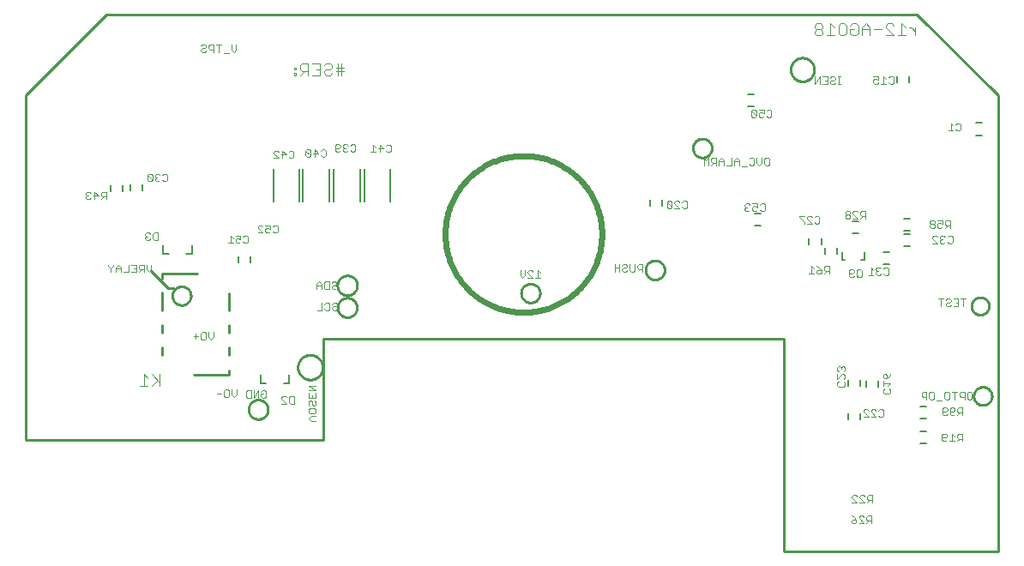
<source format=gbr>
G04 EAGLE Gerber RS-274X export*
G75*
%MOMM*%
%FSLAX34Y34*%
%LPD*%
%INSilkscreen Bottom*%
%IPPOS*%
%AMOC8*
5,1,8,0,0,1.08239X$1,22.5*%
G01*
%ADD10C,0.101600*%
%ADD11C,0.076200*%
%ADD12C,0.254000*%
%ADD13C,0.609600*%
%ADD14C,0.152400*%
%ADD15C,0.203200*%
%ADD16C,0.254000*%


D10*
X311995Y359918D02*
X311995Y371612D01*
X308097Y371612D02*
X308097Y359918D01*
X308097Y367714D02*
X313944Y367714D01*
X308097Y367714D02*
X306148Y367714D01*
X306148Y363816D02*
X313944Y363816D01*
X296403Y371612D02*
X294454Y369663D01*
X296403Y371612D02*
X300301Y371612D01*
X302250Y369663D01*
X302250Y367714D01*
X300301Y365765D01*
X296403Y365765D01*
X294454Y363816D01*
X294454Y361867D01*
X296403Y359918D01*
X300301Y359918D01*
X302250Y361867D01*
X290556Y371612D02*
X282760Y371612D01*
X290556Y371612D02*
X290556Y359918D01*
X282760Y359918D01*
X286658Y365765D02*
X290556Y365765D01*
X278862Y359918D02*
X278862Y371612D01*
X273015Y371612D01*
X271066Y369663D01*
X271066Y365765D01*
X273015Y363816D01*
X278862Y363816D01*
X274964Y363816D02*
X271066Y359918D01*
X267168Y367714D02*
X265219Y367714D01*
X265219Y365765D01*
X267168Y365765D01*
X267168Y367714D01*
X267168Y361867D02*
X265219Y361867D01*
X265219Y359918D01*
X267168Y359918D01*
X267168Y361867D01*
X878332Y399288D02*
X878332Y407084D01*
X878332Y403186D02*
X874434Y407084D01*
X872485Y407084D01*
X868587Y407084D02*
X864689Y410982D01*
X864689Y399288D01*
X868587Y399288D02*
X860791Y399288D01*
X856893Y399288D02*
X849097Y399288D01*
X856893Y399288D02*
X849097Y407084D01*
X849097Y409033D01*
X851046Y410982D01*
X854944Y410982D01*
X856893Y409033D01*
X845199Y405135D02*
X837403Y405135D01*
X833505Y407084D02*
X833505Y399288D01*
X833505Y407084D02*
X829607Y410982D01*
X825709Y407084D01*
X825709Y399288D01*
X825709Y405135D02*
X833505Y405135D01*
X815964Y410982D02*
X814015Y409033D01*
X815964Y410982D02*
X819862Y410982D01*
X821811Y409033D01*
X821811Y401237D01*
X819862Y399288D01*
X815964Y399288D01*
X814015Y401237D01*
X814015Y405135D01*
X817913Y405135D01*
X808168Y410982D02*
X804270Y410982D01*
X808168Y410982D02*
X810117Y409033D01*
X810117Y401237D01*
X808168Y399288D01*
X804270Y399288D01*
X802321Y401237D01*
X802321Y409033D01*
X804270Y410982D01*
X798423Y407084D02*
X794525Y410982D01*
X794525Y399288D01*
X798423Y399288D02*
X790627Y399288D01*
X786729Y409033D02*
X784780Y410982D01*
X780882Y410982D01*
X778933Y409033D01*
X778933Y407084D01*
X780882Y405135D01*
X778933Y403186D01*
X778933Y401237D01*
X780882Y399288D01*
X784780Y399288D01*
X786729Y401237D01*
X786729Y403186D01*
X784780Y405135D01*
X786729Y407084D01*
X786729Y409033D01*
X784780Y405135D02*
X780882Y405135D01*
D11*
X207899Y390277D02*
X207899Y385362D01*
X205442Y382905D01*
X202984Y385362D01*
X202984Y390277D01*
X200415Y381676D02*
X195500Y381676D01*
X190473Y382905D02*
X190473Y390277D01*
X188016Y390277D02*
X192931Y390277D01*
X185447Y390277D02*
X185447Y382905D01*
X185447Y390277D02*
X181760Y390277D01*
X180532Y389049D01*
X180532Y386591D01*
X181760Y385362D01*
X185447Y385362D01*
X174276Y390277D02*
X173048Y389049D01*
X174276Y390277D02*
X176734Y390277D01*
X177962Y389049D01*
X177962Y387820D01*
X176734Y386591D01*
X174276Y386591D01*
X173048Y385362D01*
X173048Y384134D01*
X174276Y382905D01*
X176734Y382905D01*
X177962Y384134D01*
X233677Y48901D02*
X232448Y47673D01*
X233677Y48901D02*
X236134Y48901D01*
X237363Y47673D01*
X237363Y42758D01*
X236134Y41529D01*
X233677Y41529D01*
X232448Y42758D01*
X232448Y45215D01*
X234906Y45215D01*
X229879Y41529D02*
X229879Y48901D01*
X224964Y41529D01*
X224964Y48901D01*
X222395Y48901D02*
X222395Y41529D01*
X218709Y41529D01*
X217480Y42758D01*
X217480Y47673D01*
X218709Y48901D01*
X222395Y48901D01*
X302044Y154861D02*
X303273Y156089D01*
X305730Y156089D01*
X306959Y154861D01*
X306959Y153632D01*
X305730Y152403D01*
X303273Y152403D01*
X302044Y151174D01*
X302044Y149946D01*
X303273Y148717D01*
X305730Y148717D01*
X306959Y149946D01*
X299475Y148717D02*
X299475Y156089D01*
X299475Y148717D02*
X295789Y148717D01*
X294560Y149946D01*
X294560Y154861D01*
X295789Y156089D01*
X299475Y156089D01*
X291991Y153632D02*
X291991Y148717D01*
X291991Y153632D02*
X289533Y156089D01*
X287076Y153632D01*
X287076Y148717D01*
X287076Y152403D02*
X291991Y152403D01*
X303781Y135261D02*
X302552Y134033D01*
X303781Y135261D02*
X306238Y135261D01*
X307467Y134033D01*
X307467Y132804D01*
X306238Y131575D01*
X303781Y131575D01*
X302552Y130346D01*
X302552Y129118D01*
X303781Y127889D01*
X306238Y127889D01*
X307467Y129118D01*
X296297Y135261D02*
X295068Y134033D01*
X296297Y135261D02*
X298754Y135261D01*
X299983Y134033D01*
X299983Y129118D01*
X298754Y127889D01*
X296297Y127889D01*
X295068Y129118D01*
X292499Y127889D02*
X292499Y135261D01*
X292499Y127889D02*
X287584Y127889D01*
X286645Y18669D02*
X281730Y18669D01*
X279273Y21126D01*
X281730Y23584D01*
X286645Y23584D01*
X286645Y27382D02*
X286645Y29839D01*
X286645Y27382D02*
X285417Y26153D01*
X280502Y26153D01*
X279273Y27382D01*
X279273Y29839D01*
X280502Y31068D01*
X285417Y31068D01*
X286645Y29839D01*
X286645Y37323D02*
X285417Y38552D01*
X286645Y37323D02*
X286645Y34866D01*
X285417Y33637D01*
X284188Y33637D01*
X282959Y34866D01*
X282959Y37323D01*
X281730Y38552D01*
X280502Y38552D01*
X279273Y37323D01*
X279273Y34866D01*
X280502Y33637D01*
X286645Y41121D02*
X286645Y46036D01*
X286645Y41121D02*
X279273Y41121D01*
X279273Y46036D01*
X282959Y43579D02*
X282959Y41121D01*
X279273Y48606D02*
X286645Y48606D01*
X279273Y53520D01*
X286645Y53520D01*
X801580Y351155D02*
X804037Y351155D01*
X802808Y351155D02*
X802808Y358527D01*
X801580Y358527D02*
X804037Y358527D01*
X795361Y358527D02*
X794133Y357299D01*
X795361Y358527D02*
X797819Y358527D01*
X799048Y357299D01*
X799048Y356070D01*
X797819Y354841D01*
X795361Y354841D01*
X794133Y353612D01*
X794133Y352384D01*
X795361Y351155D01*
X797819Y351155D01*
X799048Y352384D01*
X791563Y358527D02*
X786649Y358527D01*
X791563Y358527D02*
X791563Y351155D01*
X786649Y351155D01*
X789106Y354841D02*
X791563Y354841D01*
X784079Y351155D02*
X784079Y358527D01*
X779164Y351155D01*
X779164Y358527D01*
X608711Y173361D02*
X608711Y165989D01*
X608711Y173361D02*
X605025Y173361D01*
X603796Y172133D01*
X603796Y169675D01*
X605025Y168446D01*
X608711Y168446D01*
X601227Y167218D02*
X601227Y173361D01*
X601227Y167218D02*
X599998Y165989D01*
X597541Y165989D01*
X596312Y167218D01*
X596312Y173361D01*
X590057Y173361D02*
X588828Y172133D01*
X590057Y173361D02*
X592514Y173361D01*
X593743Y172133D01*
X593743Y170904D01*
X592514Y169675D01*
X590057Y169675D01*
X588828Y168446D01*
X588828Y167218D01*
X590057Y165989D01*
X592514Y165989D01*
X593743Y167218D01*
X586259Y165989D02*
X586259Y173361D01*
X586259Y169675D02*
X581344Y169675D01*
X581344Y173361D02*
X581344Y165989D01*
X124079Y167938D02*
X124079Y172853D01*
X124079Y167938D02*
X121622Y165481D01*
X119164Y167938D01*
X119164Y172853D01*
X116595Y172853D02*
X116595Y165481D01*
X116595Y172853D02*
X112909Y172853D01*
X111680Y171625D01*
X111680Y169167D01*
X112909Y167938D01*
X116595Y167938D01*
X114137Y167938D02*
X111680Y165481D01*
X109111Y172853D02*
X104196Y172853D01*
X109111Y172853D02*
X109111Y165481D01*
X104196Y165481D01*
X106653Y169167D02*
X109111Y169167D01*
X101627Y172853D02*
X101627Y165481D01*
X96712Y165481D01*
X94142Y165481D02*
X94142Y170396D01*
X91685Y172853D01*
X89228Y170396D01*
X89228Y165481D01*
X89228Y169167D02*
X94142Y169167D01*
X86658Y171625D02*
X86658Y172853D01*
X86658Y171625D02*
X84201Y169167D01*
X81743Y171625D01*
X81743Y172853D01*
X84201Y169167D02*
X84201Y165481D01*
X185547Y106305D02*
X185547Y101390D01*
X183090Y98933D01*
X180632Y101390D01*
X180632Y106305D01*
X176834Y106305D02*
X174377Y106305D01*
X176834Y106305D02*
X178063Y105077D01*
X178063Y100162D01*
X176834Y98933D01*
X174377Y98933D01*
X173148Y100162D01*
X173148Y105077D01*
X174377Y106305D01*
X170579Y102619D02*
X165664Y102619D01*
X168121Y100162D02*
X168121Y105077D01*
X208407Y49409D02*
X208407Y44494D01*
X205950Y42037D01*
X203492Y44494D01*
X203492Y49409D01*
X199694Y49409D02*
X197237Y49409D01*
X199694Y49409D02*
X200923Y48181D01*
X200923Y43266D01*
X199694Y42037D01*
X197237Y42037D01*
X196008Y43266D01*
X196008Y48181D01*
X197237Y49409D01*
X193439Y45723D02*
X188524Y45723D01*
X730501Y278517D02*
X732958Y278517D01*
X734187Y277289D01*
X734187Y272374D01*
X732958Y271145D01*
X730501Y271145D01*
X729272Y272374D01*
X729272Y277289D01*
X730501Y278517D01*
X726703Y278517D02*
X726703Y273602D01*
X724245Y271145D01*
X721788Y273602D01*
X721788Y278517D01*
X715533Y278517D02*
X714304Y277289D01*
X715533Y278517D02*
X717990Y278517D01*
X719219Y277289D01*
X719219Y272374D01*
X717990Y271145D01*
X715533Y271145D01*
X714304Y272374D01*
X711735Y269916D02*
X706820Y269916D01*
X704250Y271145D02*
X704250Y276060D01*
X701793Y278517D01*
X699336Y276060D01*
X699336Y271145D01*
X699336Y274831D02*
X704250Y274831D01*
X696766Y278517D02*
X696766Y271145D01*
X691851Y271145D01*
X689282Y271145D02*
X689282Y276060D01*
X686825Y278517D01*
X684367Y276060D01*
X684367Y271145D01*
X684367Y274831D02*
X689282Y274831D01*
X681798Y271145D02*
X681798Y278517D01*
X678112Y278517D01*
X676883Y277289D01*
X676883Y274831D01*
X678112Y273602D01*
X681798Y273602D01*
X679341Y273602D02*
X676883Y271145D01*
X674314Y271145D02*
X674314Y278517D01*
X671856Y276060D01*
X669399Y278517D01*
X669399Y271145D01*
X925786Y139325D02*
X925786Y131953D01*
X928243Y139325D02*
X923328Y139325D01*
X920759Y139325D02*
X915844Y139325D01*
X920759Y139325D02*
X920759Y131953D01*
X915844Y131953D01*
X918301Y135639D02*
X920759Y135639D01*
X909589Y139325D02*
X908360Y138097D01*
X909589Y139325D02*
X912046Y139325D01*
X913275Y138097D01*
X913275Y136868D01*
X912046Y135639D01*
X909589Y135639D01*
X908360Y134410D01*
X908360Y133182D01*
X909589Y131953D01*
X912046Y131953D01*
X913275Y133182D01*
X903333Y131953D02*
X903333Y139325D01*
X900876Y139325D02*
X905791Y139325D01*
X508127Y164808D02*
X505670Y167265D01*
X505670Y159893D01*
X508127Y159893D02*
X503212Y159893D01*
X500643Y159893D02*
X495728Y159893D01*
X500643Y159893D02*
X495728Y164808D01*
X495728Y166037D01*
X496957Y167265D01*
X499414Y167265D01*
X500643Y166037D01*
X493159Y167265D02*
X493159Y162350D01*
X490701Y159893D01*
X488244Y162350D01*
X488244Y167265D01*
X930653Y47377D02*
X933110Y47377D01*
X934339Y46149D01*
X934339Y41234D01*
X933110Y40005D01*
X930653Y40005D01*
X929424Y41234D01*
X929424Y46149D01*
X930653Y47377D01*
X926855Y47377D02*
X926855Y40005D01*
X926855Y47377D02*
X923169Y47377D01*
X921940Y46149D01*
X921940Y43691D01*
X923169Y42462D01*
X926855Y42462D01*
X916913Y40005D02*
X916913Y47377D01*
X914456Y47377D02*
X919371Y47377D01*
X910658Y47377D02*
X908200Y47377D01*
X910658Y47377D02*
X911887Y46149D01*
X911887Y41234D01*
X910658Y40005D01*
X908200Y40005D01*
X906972Y41234D01*
X906972Y46149D01*
X908200Y47377D01*
X904402Y38776D02*
X899488Y38776D01*
X895690Y47377D02*
X893232Y47377D01*
X895690Y47377D02*
X896918Y46149D01*
X896918Y41234D01*
X895690Y40005D01*
X893232Y40005D01*
X892003Y41234D01*
X892003Y46149D01*
X893232Y47377D01*
X889434Y47377D02*
X889434Y40005D01*
X889434Y47377D02*
X885748Y47377D01*
X884519Y46149D01*
X884519Y43691D01*
X885748Y42462D01*
X889434Y42462D01*
D12*
X140716Y149860D02*
X123952Y166624D01*
X140716Y149860D02*
X146812Y149860D01*
X268690Y71628D02*
X268694Y71928D01*
X268705Y72228D01*
X268723Y72528D01*
X268749Y72827D01*
X268782Y73126D01*
X268822Y73423D01*
X268870Y73720D01*
X268925Y74015D01*
X268987Y74308D01*
X269057Y74601D01*
X269133Y74891D01*
X269217Y75179D01*
X269307Y75466D01*
X269405Y75750D01*
X269510Y76031D01*
X269621Y76310D01*
X269740Y76586D01*
X269865Y76859D01*
X269996Y77129D01*
X270135Y77395D01*
X270279Y77658D01*
X270431Y77918D01*
X270588Y78173D01*
X270752Y78425D01*
X270922Y78672D01*
X271098Y78916D01*
X271279Y79155D01*
X271467Y79389D01*
X271660Y79619D01*
X271859Y79844D01*
X272064Y80064D01*
X272273Y80279D01*
X272488Y80488D01*
X272708Y80693D01*
X272933Y80892D01*
X273163Y81085D01*
X273397Y81273D01*
X273636Y81454D01*
X273880Y81630D01*
X274127Y81800D01*
X274379Y81964D01*
X274634Y82121D01*
X274894Y82273D01*
X275157Y82417D01*
X275423Y82556D01*
X275693Y82687D01*
X275966Y82812D01*
X276242Y82931D01*
X276521Y83042D01*
X276802Y83147D01*
X277086Y83245D01*
X277373Y83335D01*
X277661Y83419D01*
X277951Y83495D01*
X278244Y83565D01*
X278537Y83627D01*
X278832Y83682D01*
X279129Y83730D01*
X279426Y83770D01*
X279725Y83803D01*
X280024Y83829D01*
X280324Y83847D01*
X280624Y83858D01*
X280924Y83862D01*
X281224Y83858D01*
X281524Y83847D01*
X281824Y83829D01*
X282123Y83803D01*
X282422Y83770D01*
X282719Y83730D01*
X283016Y83682D01*
X283311Y83627D01*
X283604Y83565D01*
X283897Y83495D01*
X284187Y83419D01*
X284475Y83335D01*
X284762Y83245D01*
X285046Y83147D01*
X285327Y83042D01*
X285606Y82931D01*
X285882Y82812D01*
X286155Y82687D01*
X286425Y82556D01*
X286691Y82417D01*
X286954Y82273D01*
X287214Y82121D01*
X287469Y81964D01*
X287721Y81800D01*
X287968Y81630D01*
X288212Y81454D01*
X288451Y81273D01*
X288685Y81085D01*
X288915Y80892D01*
X289140Y80693D01*
X289360Y80488D01*
X289575Y80279D01*
X289784Y80064D01*
X289989Y79844D01*
X290188Y79619D01*
X290381Y79389D01*
X290569Y79155D01*
X290750Y78916D01*
X290926Y78672D01*
X291096Y78425D01*
X291260Y78173D01*
X291417Y77918D01*
X291569Y77658D01*
X291713Y77395D01*
X291852Y77129D01*
X291983Y76859D01*
X292108Y76586D01*
X292227Y76310D01*
X292338Y76031D01*
X292443Y75750D01*
X292541Y75466D01*
X292631Y75179D01*
X292715Y74891D01*
X292791Y74601D01*
X292861Y74308D01*
X292923Y74015D01*
X292978Y73720D01*
X293026Y73423D01*
X293066Y73126D01*
X293099Y72827D01*
X293125Y72528D01*
X293143Y72228D01*
X293154Y71928D01*
X293158Y71628D01*
X293154Y71328D01*
X293143Y71028D01*
X293125Y70728D01*
X293099Y70429D01*
X293066Y70130D01*
X293026Y69833D01*
X292978Y69536D01*
X292923Y69241D01*
X292861Y68948D01*
X292791Y68655D01*
X292715Y68365D01*
X292631Y68077D01*
X292541Y67790D01*
X292443Y67506D01*
X292338Y67225D01*
X292227Y66946D01*
X292108Y66670D01*
X291983Y66397D01*
X291852Y66127D01*
X291713Y65861D01*
X291569Y65598D01*
X291417Y65338D01*
X291260Y65083D01*
X291096Y64831D01*
X290926Y64584D01*
X290750Y64340D01*
X290569Y64101D01*
X290381Y63867D01*
X290188Y63637D01*
X289989Y63412D01*
X289784Y63192D01*
X289575Y62977D01*
X289360Y62768D01*
X289140Y62563D01*
X288915Y62364D01*
X288685Y62171D01*
X288451Y61983D01*
X288212Y61802D01*
X287968Y61626D01*
X287721Y61456D01*
X287469Y61292D01*
X287214Y61135D01*
X286954Y60983D01*
X286691Y60839D01*
X286425Y60700D01*
X286155Y60569D01*
X285882Y60444D01*
X285606Y60325D01*
X285327Y60214D01*
X285046Y60109D01*
X284762Y60011D01*
X284475Y59921D01*
X284187Y59837D01*
X283897Y59761D01*
X283604Y59691D01*
X283311Y59629D01*
X283016Y59574D01*
X282719Y59526D01*
X282422Y59486D01*
X282123Y59453D01*
X281824Y59427D01*
X281524Y59409D01*
X281224Y59398D01*
X280924Y59394D01*
X280624Y59398D01*
X280324Y59409D01*
X280024Y59427D01*
X279725Y59453D01*
X279426Y59486D01*
X279129Y59526D01*
X278832Y59574D01*
X278537Y59629D01*
X278244Y59691D01*
X277951Y59761D01*
X277661Y59837D01*
X277373Y59921D01*
X277086Y60011D01*
X276802Y60109D01*
X276521Y60214D01*
X276242Y60325D01*
X275966Y60444D01*
X275693Y60569D01*
X275423Y60700D01*
X275157Y60839D01*
X274894Y60983D01*
X274634Y61135D01*
X274379Y61292D01*
X274127Y61456D01*
X273880Y61626D01*
X273636Y61802D01*
X273397Y61983D01*
X273163Y62171D01*
X272933Y62364D01*
X272708Y62563D01*
X272488Y62768D01*
X272273Y62977D01*
X272064Y63192D01*
X271859Y63412D01*
X271660Y63637D01*
X271467Y63867D01*
X271279Y64101D01*
X271098Y64340D01*
X270922Y64584D01*
X270752Y64831D01*
X270588Y65083D01*
X270431Y65338D01*
X270279Y65598D01*
X270135Y65861D01*
X269996Y66127D01*
X269865Y66397D01*
X269740Y66670D01*
X269621Y66946D01*
X269510Y67225D01*
X269405Y67506D01*
X269307Y67790D01*
X269217Y68077D01*
X269133Y68365D01*
X269057Y68655D01*
X268987Y68948D01*
X268925Y69241D01*
X268870Y69536D01*
X268822Y69833D01*
X268782Y70130D01*
X268749Y70429D01*
X268723Y70728D01*
X268705Y71028D01*
X268694Y71328D01*
X268690Y71628D01*
X307728Y152400D02*
X307731Y152640D01*
X307740Y152879D01*
X307754Y153119D01*
X307775Y153358D01*
X307801Y153596D01*
X307834Y153834D01*
X307872Y154071D01*
X307916Y154306D01*
X307965Y154541D01*
X308021Y154774D01*
X308082Y155006D01*
X308149Y155237D01*
X308221Y155465D01*
X308299Y155692D01*
X308383Y155917D01*
X308472Y156140D01*
X308566Y156360D01*
X308666Y156578D01*
X308771Y156794D01*
X308882Y157006D01*
X308998Y157217D01*
X309118Y157424D01*
X309244Y157628D01*
X309375Y157829D01*
X309511Y158027D01*
X309651Y158221D01*
X309796Y158412D01*
X309946Y158599D01*
X310101Y158783D01*
X310259Y158962D01*
X310423Y159138D01*
X310590Y159310D01*
X310762Y159477D01*
X310938Y159641D01*
X311117Y159799D01*
X311301Y159954D01*
X311488Y160104D01*
X311679Y160249D01*
X311873Y160389D01*
X312071Y160525D01*
X312272Y160656D01*
X312476Y160782D01*
X312683Y160902D01*
X312894Y161018D01*
X313106Y161129D01*
X313322Y161234D01*
X313540Y161334D01*
X313760Y161428D01*
X313983Y161517D01*
X314208Y161601D01*
X314435Y161679D01*
X314663Y161751D01*
X314894Y161818D01*
X315126Y161879D01*
X315359Y161935D01*
X315594Y161984D01*
X315829Y162028D01*
X316066Y162066D01*
X316304Y162099D01*
X316542Y162125D01*
X316781Y162146D01*
X317021Y162160D01*
X317260Y162169D01*
X317500Y162172D01*
X317740Y162169D01*
X317979Y162160D01*
X318219Y162146D01*
X318458Y162125D01*
X318696Y162099D01*
X318934Y162066D01*
X319171Y162028D01*
X319406Y161984D01*
X319641Y161935D01*
X319874Y161879D01*
X320106Y161818D01*
X320337Y161751D01*
X320565Y161679D01*
X320792Y161601D01*
X321017Y161517D01*
X321240Y161428D01*
X321460Y161334D01*
X321678Y161234D01*
X321894Y161129D01*
X322106Y161018D01*
X322317Y160902D01*
X322524Y160782D01*
X322728Y160656D01*
X322929Y160525D01*
X323127Y160389D01*
X323321Y160249D01*
X323512Y160104D01*
X323699Y159954D01*
X323883Y159799D01*
X324062Y159641D01*
X324238Y159477D01*
X324410Y159310D01*
X324577Y159138D01*
X324741Y158962D01*
X324899Y158783D01*
X325054Y158599D01*
X325204Y158412D01*
X325349Y158221D01*
X325489Y158027D01*
X325625Y157829D01*
X325756Y157628D01*
X325882Y157424D01*
X326002Y157217D01*
X326118Y157006D01*
X326229Y156794D01*
X326334Y156578D01*
X326434Y156360D01*
X326528Y156140D01*
X326617Y155917D01*
X326701Y155692D01*
X326779Y155465D01*
X326851Y155237D01*
X326918Y155006D01*
X326979Y154774D01*
X327035Y154541D01*
X327084Y154306D01*
X327128Y154071D01*
X327166Y153834D01*
X327199Y153596D01*
X327225Y153358D01*
X327246Y153119D01*
X327260Y152879D01*
X327269Y152640D01*
X327272Y152400D01*
X327269Y152160D01*
X327260Y151921D01*
X327246Y151681D01*
X327225Y151442D01*
X327199Y151204D01*
X327166Y150966D01*
X327128Y150729D01*
X327084Y150494D01*
X327035Y150259D01*
X326979Y150026D01*
X326918Y149794D01*
X326851Y149563D01*
X326779Y149335D01*
X326701Y149108D01*
X326617Y148883D01*
X326528Y148660D01*
X326434Y148440D01*
X326334Y148222D01*
X326229Y148006D01*
X326118Y147794D01*
X326002Y147583D01*
X325882Y147376D01*
X325756Y147172D01*
X325625Y146971D01*
X325489Y146773D01*
X325349Y146579D01*
X325204Y146388D01*
X325054Y146201D01*
X324899Y146017D01*
X324741Y145838D01*
X324577Y145662D01*
X324410Y145490D01*
X324238Y145323D01*
X324062Y145159D01*
X323883Y145001D01*
X323699Y144846D01*
X323512Y144696D01*
X323321Y144551D01*
X323127Y144411D01*
X322929Y144275D01*
X322728Y144144D01*
X322524Y144018D01*
X322317Y143898D01*
X322106Y143782D01*
X321894Y143671D01*
X321678Y143566D01*
X321460Y143466D01*
X321240Y143372D01*
X321017Y143283D01*
X320792Y143199D01*
X320565Y143121D01*
X320337Y143049D01*
X320106Y142982D01*
X319874Y142921D01*
X319641Y142865D01*
X319406Y142816D01*
X319171Y142772D01*
X318934Y142734D01*
X318696Y142701D01*
X318458Y142675D01*
X318219Y142654D01*
X317979Y142640D01*
X317740Y142631D01*
X317500Y142628D01*
X317260Y142631D01*
X317021Y142640D01*
X316781Y142654D01*
X316542Y142675D01*
X316304Y142701D01*
X316066Y142734D01*
X315829Y142772D01*
X315594Y142816D01*
X315359Y142865D01*
X315126Y142921D01*
X314894Y142982D01*
X314663Y143049D01*
X314435Y143121D01*
X314208Y143199D01*
X313983Y143283D01*
X313760Y143372D01*
X313540Y143466D01*
X313322Y143566D01*
X313106Y143671D01*
X312894Y143782D01*
X312683Y143898D01*
X312476Y144018D01*
X312272Y144144D01*
X312071Y144275D01*
X311873Y144411D01*
X311679Y144551D01*
X311488Y144696D01*
X311301Y144846D01*
X311117Y145001D01*
X310938Y145159D01*
X310762Y145323D01*
X310590Y145490D01*
X310423Y145662D01*
X310259Y145838D01*
X310101Y146017D01*
X309946Y146201D01*
X309796Y146388D01*
X309651Y146579D01*
X309511Y146773D01*
X309375Y146971D01*
X309244Y147172D01*
X309118Y147376D01*
X308998Y147583D01*
X308882Y147794D01*
X308771Y148006D01*
X308666Y148222D01*
X308566Y148440D01*
X308472Y148660D01*
X308383Y148883D01*
X308299Y149108D01*
X308221Y149335D01*
X308149Y149563D01*
X308082Y149794D01*
X308021Y150026D01*
X307965Y150259D01*
X307916Y150494D01*
X307872Y150729D01*
X307834Y150966D01*
X307801Y151204D01*
X307775Y151442D01*
X307754Y151681D01*
X307740Y151921D01*
X307731Y152160D01*
X307728Y152400D01*
X307956Y130556D02*
X307959Y130790D01*
X307967Y131024D01*
X307982Y131258D01*
X308002Y131491D01*
X308028Y131724D01*
X308059Y131956D01*
X308097Y132188D01*
X308139Y132418D01*
X308188Y132647D01*
X308242Y132875D01*
X308302Y133102D01*
X308367Y133326D01*
X308438Y133550D01*
X308514Y133771D01*
X308596Y133991D01*
X308682Y134208D01*
X308775Y134424D01*
X308872Y134637D01*
X308975Y134847D01*
X309083Y135055D01*
X309196Y135260D01*
X309314Y135463D01*
X309437Y135662D01*
X309564Y135858D01*
X309697Y136052D01*
X309834Y136241D01*
X309976Y136428D01*
X310122Y136611D01*
X310273Y136790D01*
X310428Y136965D01*
X310588Y137137D01*
X310751Y137305D01*
X310919Y137468D01*
X311091Y137628D01*
X311266Y137783D01*
X311445Y137934D01*
X311628Y138080D01*
X311815Y138222D01*
X312004Y138359D01*
X312198Y138492D01*
X312394Y138619D01*
X312593Y138742D01*
X312796Y138860D01*
X313001Y138973D01*
X313209Y139081D01*
X313419Y139184D01*
X313632Y139281D01*
X313848Y139374D01*
X314065Y139460D01*
X314285Y139542D01*
X314506Y139618D01*
X314730Y139689D01*
X314954Y139754D01*
X315181Y139814D01*
X315409Y139868D01*
X315638Y139917D01*
X315868Y139959D01*
X316100Y139997D01*
X316332Y140028D01*
X316565Y140054D01*
X316798Y140074D01*
X317032Y140089D01*
X317266Y140097D01*
X317500Y140100D01*
X317734Y140097D01*
X317968Y140089D01*
X318202Y140074D01*
X318435Y140054D01*
X318668Y140028D01*
X318900Y139997D01*
X319132Y139959D01*
X319362Y139917D01*
X319591Y139868D01*
X319819Y139814D01*
X320046Y139754D01*
X320270Y139689D01*
X320494Y139618D01*
X320715Y139542D01*
X320935Y139460D01*
X321152Y139374D01*
X321368Y139281D01*
X321581Y139184D01*
X321791Y139081D01*
X321999Y138973D01*
X322204Y138860D01*
X322407Y138742D01*
X322606Y138619D01*
X322802Y138492D01*
X322996Y138359D01*
X323185Y138222D01*
X323372Y138080D01*
X323555Y137934D01*
X323734Y137783D01*
X323909Y137628D01*
X324081Y137468D01*
X324249Y137305D01*
X324412Y137137D01*
X324572Y136965D01*
X324727Y136790D01*
X324878Y136611D01*
X325024Y136428D01*
X325166Y136241D01*
X325303Y136052D01*
X325436Y135858D01*
X325563Y135662D01*
X325686Y135463D01*
X325804Y135260D01*
X325917Y135055D01*
X326025Y134847D01*
X326128Y134637D01*
X326225Y134424D01*
X326318Y134208D01*
X326404Y133991D01*
X326486Y133771D01*
X326562Y133550D01*
X326633Y133326D01*
X326698Y133102D01*
X326758Y132875D01*
X326812Y132647D01*
X326861Y132418D01*
X326903Y132188D01*
X326941Y131956D01*
X326972Y131724D01*
X326998Y131491D01*
X327018Y131258D01*
X327033Y131024D01*
X327041Y130790D01*
X327044Y130556D01*
X327041Y130322D01*
X327033Y130088D01*
X327018Y129854D01*
X326998Y129621D01*
X326972Y129388D01*
X326941Y129156D01*
X326903Y128924D01*
X326861Y128694D01*
X326812Y128465D01*
X326758Y128237D01*
X326698Y128010D01*
X326633Y127786D01*
X326562Y127562D01*
X326486Y127341D01*
X326404Y127121D01*
X326318Y126904D01*
X326225Y126688D01*
X326128Y126475D01*
X326025Y126265D01*
X325917Y126057D01*
X325804Y125852D01*
X325686Y125649D01*
X325563Y125450D01*
X325436Y125254D01*
X325303Y125060D01*
X325166Y124871D01*
X325024Y124684D01*
X324878Y124501D01*
X324727Y124322D01*
X324572Y124147D01*
X324412Y123975D01*
X324249Y123807D01*
X324081Y123644D01*
X323909Y123484D01*
X323734Y123329D01*
X323555Y123178D01*
X323372Y123032D01*
X323185Y122890D01*
X322996Y122753D01*
X322802Y122620D01*
X322606Y122493D01*
X322407Y122370D01*
X322204Y122252D01*
X321999Y122139D01*
X321791Y122031D01*
X321581Y121928D01*
X321368Y121831D01*
X321152Y121738D01*
X320935Y121652D01*
X320715Y121570D01*
X320494Y121494D01*
X320270Y121423D01*
X320046Y121358D01*
X319819Y121298D01*
X319591Y121244D01*
X319362Y121195D01*
X319132Y121153D01*
X318900Y121115D01*
X318668Y121084D01*
X318435Y121058D01*
X318202Y121038D01*
X317968Y121023D01*
X317734Y121015D01*
X317500Y121012D01*
X317266Y121015D01*
X317032Y121023D01*
X316798Y121038D01*
X316565Y121058D01*
X316332Y121084D01*
X316100Y121115D01*
X315868Y121153D01*
X315638Y121195D01*
X315409Y121244D01*
X315181Y121298D01*
X314954Y121358D01*
X314730Y121423D01*
X314506Y121494D01*
X314285Y121570D01*
X314065Y121652D01*
X313848Y121738D01*
X313632Y121831D01*
X313419Y121928D01*
X313209Y122031D01*
X313001Y122139D01*
X312796Y122252D01*
X312593Y122370D01*
X312394Y122493D01*
X312198Y122620D01*
X312004Y122753D01*
X311815Y122890D01*
X311628Y123032D01*
X311445Y123178D01*
X311266Y123329D01*
X311091Y123484D01*
X310919Y123644D01*
X310751Y123807D01*
X310588Y123975D01*
X310428Y124147D01*
X310273Y124322D01*
X310122Y124501D01*
X309976Y124684D01*
X309834Y124871D01*
X309697Y125060D01*
X309564Y125254D01*
X309437Y125450D01*
X309314Y125649D01*
X309196Y125852D01*
X309083Y126057D01*
X308975Y126265D01*
X308872Y126475D01*
X308775Y126688D01*
X308682Y126904D01*
X308596Y127121D01*
X308514Y127341D01*
X308438Y127562D01*
X308367Y127786D01*
X308302Y128010D01*
X308242Y128237D01*
X308188Y128465D01*
X308139Y128694D01*
X308097Y128924D01*
X308059Y129156D01*
X308028Y129388D01*
X308002Y129621D01*
X307982Y129854D01*
X307967Y130088D01*
X307959Y130322D01*
X307956Y130556D01*
X489009Y144780D02*
X489012Y145009D01*
X489020Y145238D01*
X489034Y145467D01*
X489054Y145695D01*
X489079Y145923D01*
X489110Y146150D01*
X489146Y146377D01*
X489188Y146602D01*
X489236Y146826D01*
X489289Y147049D01*
X489347Y147271D01*
X489411Y147491D01*
X489480Y147709D01*
X489555Y147926D01*
X489635Y148141D01*
X489720Y148354D01*
X489810Y148565D01*
X489906Y148773D01*
X490006Y148979D01*
X490112Y149182D01*
X490222Y149383D01*
X490338Y149581D01*
X490458Y149776D01*
X490583Y149968D01*
X490713Y150157D01*
X490847Y150343D01*
X490986Y150526D01*
X491129Y150705D01*
X491276Y150880D01*
X491428Y151052D01*
X491584Y151220D01*
X491744Y151384D01*
X491908Y151544D01*
X492076Y151700D01*
X492248Y151852D01*
X492423Y151999D01*
X492602Y152142D01*
X492785Y152281D01*
X492971Y152415D01*
X493160Y152545D01*
X493352Y152670D01*
X493547Y152790D01*
X493745Y152906D01*
X493946Y153016D01*
X494149Y153122D01*
X494355Y153222D01*
X494563Y153318D01*
X494774Y153408D01*
X494987Y153493D01*
X495202Y153573D01*
X495419Y153648D01*
X495637Y153717D01*
X495857Y153781D01*
X496079Y153839D01*
X496302Y153892D01*
X496526Y153940D01*
X496751Y153982D01*
X496978Y154018D01*
X497205Y154049D01*
X497433Y154074D01*
X497661Y154094D01*
X497890Y154108D01*
X498119Y154116D01*
X498348Y154119D01*
X498577Y154116D01*
X498806Y154108D01*
X499035Y154094D01*
X499263Y154074D01*
X499491Y154049D01*
X499718Y154018D01*
X499945Y153982D01*
X500170Y153940D01*
X500394Y153892D01*
X500617Y153839D01*
X500839Y153781D01*
X501059Y153717D01*
X501277Y153648D01*
X501494Y153573D01*
X501709Y153493D01*
X501922Y153408D01*
X502133Y153318D01*
X502341Y153222D01*
X502547Y153122D01*
X502750Y153016D01*
X502951Y152906D01*
X503149Y152790D01*
X503344Y152670D01*
X503536Y152545D01*
X503725Y152415D01*
X503911Y152281D01*
X504094Y152142D01*
X504273Y151999D01*
X504448Y151852D01*
X504620Y151700D01*
X504788Y151544D01*
X504952Y151384D01*
X505112Y151220D01*
X505268Y151052D01*
X505420Y150880D01*
X505567Y150705D01*
X505710Y150526D01*
X505849Y150343D01*
X505983Y150157D01*
X506113Y149968D01*
X506238Y149776D01*
X506358Y149581D01*
X506474Y149383D01*
X506584Y149182D01*
X506690Y148979D01*
X506790Y148773D01*
X506886Y148565D01*
X506976Y148354D01*
X507061Y148141D01*
X507141Y147926D01*
X507216Y147709D01*
X507285Y147491D01*
X507349Y147271D01*
X507407Y147049D01*
X507460Y146826D01*
X507508Y146602D01*
X507550Y146377D01*
X507586Y146150D01*
X507617Y145923D01*
X507642Y145695D01*
X507662Y145467D01*
X507676Y145238D01*
X507684Y145009D01*
X507687Y144780D01*
X507684Y144551D01*
X507676Y144322D01*
X507662Y144093D01*
X507642Y143865D01*
X507617Y143637D01*
X507586Y143410D01*
X507550Y143183D01*
X507508Y142958D01*
X507460Y142734D01*
X507407Y142511D01*
X507349Y142289D01*
X507285Y142069D01*
X507216Y141851D01*
X507141Y141634D01*
X507061Y141419D01*
X506976Y141206D01*
X506886Y140995D01*
X506790Y140787D01*
X506690Y140581D01*
X506584Y140378D01*
X506474Y140177D01*
X506358Y139979D01*
X506238Y139784D01*
X506113Y139592D01*
X505983Y139403D01*
X505849Y139217D01*
X505710Y139034D01*
X505567Y138855D01*
X505420Y138680D01*
X505268Y138508D01*
X505112Y138340D01*
X504952Y138176D01*
X504788Y138016D01*
X504620Y137860D01*
X504448Y137708D01*
X504273Y137561D01*
X504094Y137418D01*
X503911Y137279D01*
X503725Y137145D01*
X503536Y137015D01*
X503344Y136890D01*
X503149Y136770D01*
X502951Y136654D01*
X502750Y136544D01*
X502547Y136438D01*
X502341Y136338D01*
X502133Y136242D01*
X501922Y136152D01*
X501709Y136067D01*
X501494Y135987D01*
X501277Y135912D01*
X501059Y135843D01*
X500839Y135779D01*
X500617Y135721D01*
X500394Y135668D01*
X500170Y135620D01*
X499945Y135578D01*
X499718Y135542D01*
X499491Y135511D01*
X499263Y135486D01*
X499035Y135466D01*
X498806Y135452D01*
X498577Y135444D01*
X498348Y135441D01*
X498119Y135444D01*
X497890Y135452D01*
X497661Y135466D01*
X497433Y135486D01*
X497205Y135511D01*
X496978Y135542D01*
X496751Y135578D01*
X496526Y135620D01*
X496302Y135668D01*
X496079Y135721D01*
X495857Y135779D01*
X495637Y135843D01*
X495419Y135912D01*
X495202Y135987D01*
X494987Y136067D01*
X494774Y136152D01*
X494563Y136242D01*
X494355Y136338D01*
X494149Y136438D01*
X493946Y136544D01*
X493745Y136654D01*
X493547Y136770D01*
X493352Y136890D01*
X493160Y137015D01*
X492971Y137145D01*
X492785Y137279D01*
X492602Y137418D01*
X492423Y137561D01*
X492248Y137708D01*
X492076Y137860D01*
X491908Y138016D01*
X491744Y138176D01*
X491584Y138340D01*
X491428Y138508D01*
X491276Y138680D01*
X491129Y138855D01*
X490986Y139034D01*
X490847Y139217D01*
X490713Y139403D01*
X490583Y139592D01*
X490458Y139784D01*
X490338Y139979D01*
X490222Y140177D01*
X490112Y140378D01*
X490006Y140581D01*
X489906Y140787D01*
X489810Y140995D01*
X489720Y141206D01*
X489635Y141419D01*
X489555Y141634D01*
X489480Y141851D01*
X489411Y142069D01*
X489347Y142289D01*
X489289Y142511D01*
X489236Y142734D01*
X489188Y142958D01*
X489146Y143183D01*
X489110Y143410D01*
X489079Y143637D01*
X489054Y143865D01*
X489034Y144093D01*
X489020Y144322D01*
X489012Y144551D01*
X489009Y144780D01*
X755209Y365506D02*
X755212Y365791D01*
X755223Y366076D01*
X755240Y366361D01*
X755265Y366645D01*
X755296Y366928D01*
X755335Y367211D01*
X755380Y367492D01*
X755432Y367772D01*
X755491Y368051D01*
X755557Y368329D01*
X755630Y368604D01*
X755709Y368878D01*
X755795Y369150D01*
X755888Y369420D01*
X755987Y369687D01*
X756093Y369952D01*
X756206Y370214D01*
X756324Y370473D01*
X756449Y370729D01*
X756581Y370982D01*
X756718Y371232D01*
X756862Y371478D01*
X757011Y371721D01*
X757167Y371960D01*
X757328Y372195D01*
X757495Y372426D01*
X757668Y372653D01*
X757846Y372876D01*
X758030Y373094D01*
X758218Y373308D01*
X758412Y373516D01*
X758612Y373720D01*
X758816Y373920D01*
X759024Y374114D01*
X759238Y374302D01*
X759456Y374486D01*
X759679Y374664D01*
X759906Y374837D01*
X760137Y375004D01*
X760372Y375165D01*
X760611Y375321D01*
X760854Y375470D01*
X761100Y375614D01*
X761350Y375751D01*
X761603Y375883D01*
X761859Y376008D01*
X762118Y376126D01*
X762380Y376239D01*
X762645Y376345D01*
X762912Y376444D01*
X763182Y376537D01*
X763454Y376623D01*
X763728Y376702D01*
X764003Y376775D01*
X764281Y376841D01*
X764560Y376900D01*
X764840Y376952D01*
X765121Y376997D01*
X765404Y377036D01*
X765687Y377067D01*
X765971Y377092D01*
X766256Y377109D01*
X766541Y377120D01*
X766826Y377123D01*
X767111Y377120D01*
X767396Y377109D01*
X767681Y377092D01*
X767965Y377067D01*
X768248Y377036D01*
X768531Y376997D01*
X768812Y376952D01*
X769092Y376900D01*
X769371Y376841D01*
X769649Y376775D01*
X769924Y376702D01*
X770198Y376623D01*
X770470Y376537D01*
X770740Y376444D01*
X771007Y376345D01*
X771272Y376239D01*
X771534Y376126D01*
X771793Y376008D01*
X772049Y375883D01*
X772302Y375751D01*
X772552Y375614D01*
X772798Y375470D01*
X773041Y375321D01*
X773280Y375165D01*
X773515Y375004D01*
X773746Y374837D01*
X773973Y374664D01*
X774196Y374486D01*
X774414Y374302D01*
X774628Y374114D01*
X774836Y373920D01*
X775040Y373720D01*
X775240Y373516D01*
X775434Y373308D01*
X775622Y373094D01*
X775806Y372876D01*
X775984Y372653D01*
X776157Y372426D01*
X776324Y372195D01*
X776485Y371960D01*
X776641Y371721D01*
X776790Y371478D01*
X776934Y371232D01*
X777071Y370982D01*
X777203Y370729D01*
X777328Y370473D01*
X777446Y370214D01*
X777559Y369952D01*
X777665Y369687D01*
X777764Y369420D01*
X777857Y369150D01*
X777943Y368878D01*
X778022Y368604D01*
X778095Y368329D01*
X778161Y368051D01*
X778220Y367772D01*
X778272Y367492D01*
X778317Y367211D01*
X778356Y366928D01*
X778387Y366645D01*
X778412Y366361D01*
X778429Y366076D01*
X778440Y365791D01*
X778443Y365506D01*
X778440Y365221D01*
X778429Y364936D01*
X778412Y364651D01*
X778387Y364367D01*
X778356Y364084D01*
X778317Y363801D01*
X778272Y363520D01*
X778220Y363240D01*
X778161Y362961D01*
X778095Y362683D01*
X778022Y362408D01*
X777943Y362134D01*
X777857Y361862D01*
X777764Y361592D01*
X777665Y361325D01*
X777559Y361060D01*
X777446Y360798D01*
X777328Y360539D01*
X777203Y360283D01*
X777071Y360030D01*
X776934Y359780D01*
X776790Y359534D01*
X776641Y359291D01*
X776485Y359052D01*
X776324Y358817D01*
X776157Y358586D01*
X775984Y358359D01*
X775806Y358136D01*
X775622Y357918D01*
X775434Y357704D01*
X775240Y357496D01*
X775040Y357292D01*
X774836Y357092D01*
X774628Y356898D01*
X774414Y356710D01*
X774196Y356526D01*
X773973Y356348D01*
X773746Y356175D01*
X773515Y356008D01*
X773280Y355847D01*
X773041Y355691D01*
X772798Y355542D01*
X772552Y355398D01*
X772302Y355261D01*
X772049Y355129D01*
X771793Y355004D01*
X771534Y354886D01*
X771272Y354773D01*
X771007Y354667D01*
X770740Y354568D01*
X770470Y354475D01*
X770198Y354389D01*
X769924Y354310D01*
X769649Y354237D01*
X769371Y354171D01*
X769092Y354112D01*
X768812Y354060D01*
X768531Y354015D01*
X768248Y353976D01*
X767965Y353945D01*
X767681Y353920D01*
X767396Y353903D01*
X767111Y353892D01*
X766826Y353889D01*
X766541Y353892D01*
X766256Y353903D01*
X765971Y353920D01*
X765687Y353945D01*
X765404Y353976D01*
X765121Y354015D01*
X764840Y354060D01*
X764560Y354112D01*
X764281Y354171D01*
X764003Y354237D01*
X763728Y354310D01*
X763454Y354389D01*
X763182Y354475D01*
X762912Y354568D01*
X762645Y354667D01*
X762380Y354773D01*
X762118Y354886D01*
X761859Y355004D01*
X761603Y355129D01*
X761350Y355261D01*
X761100Y355398D01*
X760854Y355542D01*
X760611Y355691D01*
X760372Y355847D01*
X760137Y356008D01*
X759906Y356175D01*
X759679Y356348D01*
X759456Y356526D01*
X759238Y356710D01*
X759024Y356898D01*
X758816Y357092D01*
X758612Y357292D01*
X758412Y357496D01*
X758218Y357704D01*
X758030Y357918D01*
X757846Y358136D01*
X757668Y358359D01*
X757495Y358586D01*
X757328Y358817D01*
X757167Y359052D01*
X757011Y359291D01*
X756862Y359534D01*
X756718Y359780D01*
X756581Y360030D01*
X756449Y360283D01*
X756324Y360539D01*
X756206Y360798D01*
X756093Y361060D01*
X755987Y361325D01*
X755888Y361592D01*
X755795Y361862D01*
X755709Y362134D01*
X755630Y362408D01*
X755557Y362683D01*
X755491Y362961D01*
X755432Y363240D01*
X755380Y363520D01*
X755335Y363801D01*
X755296Y364084D01*
X755265Y364367D01*
X755240Y364651D01*
X755223Y364936D01*
X755212Y365221D01*
X755209Y365506D01*
X658681Y288036D02*
X658684Y288265D01*
X658692Y288494D01*
X658706Y288723D01*
X658726Y288951D01*
X658751Y289179D01*
X658782Y289406D01*
X658818Y289633D01*
X658860Y289858D01*
X658908Y290082D01*
X658961Y290305D01*
X659019Y290527D01*
X659083Y290747D01*
X659152Y290965D01*
X659227Y291182D01*
X659307Y291397D01*
X659392Y291610D01*
X659482Y291821D01*
X659578Y292029D01*
X659678Y292235D01*
X659784Y292438D01*
X659894Y292639D01*
X660010Y292837D01*
X660130Y293032D01*
X660255Y293224D01*
X660385Y293413D01*
X660519Y293599D01*
X660658Y293782D01*
X660801Y293961D01*
X660948Y294136D01*
X661100Y294308D01*
X661256Y294476D01*
X661416Y294640D01*
X661580Y294800D01*
X661748Y294956D01*
X661920Y295108D01*
X662095Y295255D01*
X662274Y295398D01*
X662457Y295537D01*
X662643Y295671D01*
X662832Y295801D01*
X663024Y295926D01*
X663219Y296046D01*
X663417Y296162D01*
X663618Y296272D01*
X663821Y296378D01*
X664027Y296478D01*
X664235Y296574D01*
X664446Y296664D01*
X664659Y296749D01*
X664874Y296829D01*
X665091Y296904D01*
X665309Y296973D01*
X665529Y297037D01*
X665751Y297095D01*
X665974Y297148D01*
X666198Y297196D01*
X666423Y297238D01*
X666650Y297274D01*
X666877Y297305D01*
X667105Y297330D01*
X667333Y297350D01*
X667562Y297364D01*
X667791Y297372D01*
X668020Y297375D01*
X668249Y297372D01*
X668478Y297364D01*
X668707Y297350D01*
X668935Y297330D01*
X669163Y297305D01*
X669390Y297274D01*
X669617Y297238D01*
X669842Y297196D01*
X670066Y297148D01*
X670289Y297095D01*
X670511Y297037D01*
X670731Y296973D01*
X670949Y296904D01*
X671166Y296829D01*
X671381Y296749D01*
X671594Y296664D01*
X671805Y296574D01*
X672013Y296478D01*
X672219Y296378D01*
X672422Y296272D01*
X672623Y296162D01*
X672821Y296046D01*
X673016Y295926D01*
X673208Y295801D01*
X673397Y295671D01*
X673583Y295537D01*
X673766Y295398D01*
X673945Y295255D01*
X674120Y295108D01*
X674292Y294956D01*
X674460Y294800D01*
X674624Y294640D01*
X674784Y294476D01*
X674940Y294308D01*
X675092Y294136D01*
X675239Y293961D01*
X675382Y293782D01*
X675521Y293599D01*
X675655Y293413D01*
X675785Y293224D01*
X675910Y293032D01*
X676030Y292837D01*
X676146Y292639D01*
X676256Y292438D01*
X676362Y292235D01*
X676462Y292029D01*
X676558Y291821D01*
X676648Y291610D01*
X676733Y291397D01*
X676813Y291182D01*
X676888Y290965D01*
X676957Y290747D01*
X677021Y290527D01*
X677079Y290305D01*
X677132Y290082D01*
X677180Y289858D01*
X677222Y289633D01*
X677258Y289406D01*
X677289Y289179D01*
X677314Y288951D01*
X677334Y288723D01*
X677348Y288494D01*
X677356Y288265D01*
X677359Y288036D01*
X677356Y287807D01*
X677348Y287578D01*
X677334Y287349D01*
X677314Y287121D01*
X677289Y286893D01*
X677258Y286666D01*
X677222Y286439D01*
X677180Y286214D01*
X677132Y285990D01*
X677079Y285767D01*
X677021Y285545D01*
X676957Y285325D01*
X676888Y285107D01*
X676813Y284890D01*
X676733Y284675D01*
X676648Y284462D01*
X676558Y284251D01*
X676462Y284043D01*
X676362Y283837D01*
X676256Y283634D01*
X676146Y283433D01*
X676030Y283235D01*
X675910Y283040D01*
X675785Y282848D01*
X675655Y282659D01*
X675521Y282473D01*
X675382Y282290D01*
X675239Y282111D01*
X675092Y281936D01*
X674940Y281764D01*
X674784Y281596D01*
X674624Y281432D01*
X674460Y281272D01*
X674292Y281116D01*
X674120Y280964D01*
X673945Y280817D01*
X673766Y280674D01*
X673583Y280535D01*
X673397Y280401D01*
X673208Y280271D01*
X673016Y280146D01*
X672821Y280026D01*
X672623Y279910D01*
X672422Y279800D01*
X672219Y279694D01*
X672013Y279594D01*
X671805Y279498D01*
X671594Y279408D01*
X671381Y279323D01*
X671166Y279243D01*
X670949Y279168D01*
X670731Y279099D01*
X670511Y279035D01*
X670289Y278977D01*
X670066Y278924D01*
X669842Y278876D01*
X669617Y278834D01*
X669390Y278798D01*
X669163Y278767D01*
X668935Y278742D01*
X668707Y278722D01*
X668478Y278708D01*
X668249Y278700D01*
X668020Y278697D01*
X667791Y278700D01*
X667562Y278708D01*
X667333Y278722D01*
X667105Y278742D01*
X666877Y278767D01*
X666650Y278798D01*
X666423Y278834D01*
X666198Y278876D01*
X665974Y278924D01*
X665751Y278977D01*
X665529Y279035D01*
X665309Y279099D01*
X665091Y279168D01*
X664874Y279243D01*
X664659Y279323D01*
X664446Y279408D01*
X664235Y279498D01*
X664027Y279594D01*
X663821Y279694D01*
X663618Y279800D01*
X663417Y279910D01*
X663219Y280026D01*
X663024Y280146D01*
X662832Y280271D01*
X662643Y280401D01*
X662457Y280535D01*
X662274Y280674D01*
X662095Y280817D01*
X661920Y280964D01*
X661748Y281116D01*
X661580Y281272D01*
X661416Y281432D01*
X661256Y281596D01*
X661100Y281764D01*
X660948Y281936D01*
X660801Y282111D01*
X660658Y282290D01*
X660519Y282473D01*
X660385Y282659D01*
X660255Y282848D01*
X660130Y283040D01*
X660010Y283235D01*
X659894Y283433D01*
X659784Y283634D01*
X659678Y283837D01*
X659578Y284043D01*
X659482Y284251D01*
X659392Y284462D01*
X659307Y284675D01*
X659227Y284890D01*
X659152Y285107D01*
X659083Y285325D01*
X659019Y285545D01*
X658961Y285767D01*
X658908Y285990D01*
X658860Y286214D01*
X658818Y286439D01*
X658782Y286666D01*
X658751Y286893D01*
X658726Y287121D01*
X658706Y287349D01*
X658692Y287578D01*
X658684Y287807D01*
X658681Y288036D01*
X611835Y167640D02*
X611838Y167872D01*
X611846Y168104D01*
X611861Y168335D01*
X611880Y168566D01*
X611906Y168797D01*
X611937Y169026D01*
X611974Y169255D01*
X612017Y169483D01*
X612065Y169710D01*
X612118Y169936D01*
X612177Y170160D01*
X612242Y170383D01*
X612312Y170604D01*
X612387Y170823D01*
X612468Y171041D01*
X612554Y171256D01*
X612646Y171469D01*
X612742Y171680D01*
X612844Y171888D01*
X612951Y172094D01*
X613063Y172297D01*
X613179Y172498D01*
X613301Y172695D01*
X613427Y172890D01*
X613559Y173081D01*
X613694Y173269D01*
X613835Y173453D01*
X613980Y173634D01*
X614129Y173812D01*
X614283Y173986D01*
X614441Y174155D01*
X614603Y174321D01*
X614769Y174483D01*
X614938Y174641D01*
X615112Y174795D01*
X615290Y174944D01*
X615471Y175089D01*
X615655Y175230D01*
X615843Y175365D01*
X616034Y175497D01*
X616229Y175623D01*
X616426Y175745D01*
X616627Y175861D01*
X616830Y175973D01*
X617036Y176080D01*
X617244Y176182D01*
X617455Y176278D01*
X617668Y176370D01*
X617883Y176456D01*
X618101Y176537D01*
X618320Y176612D01*
X618541Y176682D01*
X618764Y176747D01*
X618988Y176806D01*
X619214Y176859D01*
X619441Y176907D01*
X619669Y176950D01*
X619898Y176987D01*
X620127Y177018D01*
X620358Y177044D01*
X620589Y177063D01*
X620820Y177078D01*
X621052Y177086D01*
X621284Y177089D01*
X621516Y177086D01*
X621748Y177078D01*
X621979Y177063D01*
X622210Y177044D01*
X622441Y177018D01*
X622670Y176987D01*
X622899Y176950D01*
X623127Y176907D01*
X623354Y176859D01*
X623580Y176806D01*
X623804Y176747D01*
X624027Y176682D01*
X624248Y176612D01*
X624467Y176537D01*
X624685Y176456D01*
X624900Y176370D01*
X625113Y176278D01*
X625324Y176182D01*
X625532Y176080D01*
X625738Y175973D01*
X625941Y175861D01*
X626142Y175745D01*
X626339Y175623D01*
X626534Y175497D01*
X626725Y175365D01*
X626913Y175230D01*
X627097Y175089D01*
X627278Y174944D01*
X627456Y174795D01*
X627630Y174641D01*
X627799Y174483D01*
X627965Y174321D01*
X628127Y174155D01*
X628285Y173986D01*
X628439Y173812D01*
X628588Y173634D01*
X628733Y173453D01*
X628874Y173269D01*
X629009Y173081D01*
X629141Y172890D01*
X629267Y172695D01*
X629389Y172498D01*
X629505Y172297D01*
X629617Y172094D01*
X629724Y171888D01*
X629826Y171680D01*
X629922Y171469D01*
X630014Y171256D01*
X630100Y171041D01*
X630181Y170823D01*
X630256Y170604D01*
X630326Y170383D01*
X630391Y170160D01*
X630450Y169936D01*
X630503Y169710D01*
X630551Y169483D01*
X630594Y169255D01*
X630631Y169026D01*
X630662Y168797D01*
X630688Y168566D01*
X630707Y168335D01*
X630722Y168104D01*
X630730Y167872D01*
X630733Y167640D01*
X630730Y167408D01*
X630722Y167176D01*
X630707Y166945D01*
X630688Y166714D01*
X630662Y166483D01*
X630631Y166254D01*
X630594Y166025D01*
X630551Y165797D01*
X630503Y165570D01*
X630450Y165344D01*
X630391Y165120D01*
X630326Y164897D01*
X630256Y164676D01*
X630181Y164457D01*
X630100Y164239D01*
X630014Y164024D01*
X629922Y163811D01*
X629826Y163600D01*
X629724Y163392D01*
X629617Y163186D01*
X629505Y162983D01*
X629389Y162782D01*
X629267Y162585D01*
X629141Y162390D01*
X629009Y162199D01*
X628874Y162011D01*
X628733Y161827D01*
X628588Y161646D01*
X628439Y161468D01*
X628285Y161294D01*
X628127Y161125D01*
X627965Y160959D01*
X627799Y160797D01*
X627630Y160639D01*
X627456Y160485D01*
X627278Y160336D01*
X627097Y160191D01*
X626913Y160050D01*
X626725Y159915D01*
X626534Y159783D01*
X626339Y159657D01*
X626142Y159535D01*
X625941Y159419D01*
X625738Y159307D01*
X625532Y159200D01*
X625324Y159098D01*
X625113Y159002D01*
X624900Y158910D01*
X624685Y158824D01*
X624467Y158743D01*
X624248Y158668D01*
X624027Y158598D01*
X623804Y158533D01*
X623580Y158474D01*
X623354Y158421D01*
X623127Y158373D01*
X622899Y158330D01*
X622670Y158293D01*
X622441Y158262D01*
X622210Y158236D01*
X621979Y158217D01*
X621748Y158202D01*
X621516Y158194D01*
X621284Y158191D01*
X621052Y158194D01*
X620820Y158202D01*
X620589Y158217D01*
X620358Y158236D01*
X620127Y158262D01*
X619898Y158293D01*
X619669Y158330D01*
X619441Y158373D01*
X619214Y158421D01*
X618988Y158474D01*
X618764Y158533D01*
X618541Y158598D01*
X618320Y158668D01*
X618101Y158743D01*
X617883Y158824D01*
X617668Y158910D01*
X617455Y159002D01*
X617244Y159098D01*
X617036Y159200D01*
X616830Y159307D01*
X616627Y159419D01*
X616426Y159535D01*
X616229Y159657D01*
X616034Y159783D01*
X615843Y159915D01*
X615655Y160050D01*
X615471Y160191D01*
X615290Y160336D01*
X615112Y160485D01*
X614938Y160639D01*
X614769Y160797D01*
X614603Y160959D01*
X614441Y161125D01*
X614283Y161294D01*
X614129Y161468D01*
X613980Y161646D01*
X613835Y161827D01*
X613694Y162011D01*
X613559Y162199D01*
X613427Y162390D01*
X613301Y162585D01*
X613179Y162782D01*
X613063Y162983D01*
X612951Y163186D01*
X612844Y163392D01*
X612742Y163600D01*
X612646Y163811D01*
X612554Y164024D01*
X612468Y164239D01*
X612387Y164457D01*
X612312Y164676D01*
X612242Y164897D01*
X612177Y165120D01*
X612118Y165344D01*
X612065Y165570D01*
X612017Y165797D01*
X611974Y166025D01*
X611937Y166254D01*
X611906Y166483D01*
X611880Y166714D01*
X611861Y166945D01*
X611846Y167176D01*
X611838Y167408D01*
X611835Y167640D01*
X933719Y132080D02*
X933722Y132292D01*
X933729Y132503D01*
X933742Y132714D01*
X933761Y132925D01*
X933784Y133135D01*
X933812Y133345D01*
X933846Y133554D01*
X933885Y133762D01*
X933928Y133969D01*
X933977Y134175D01*
X934031Y134379D01*
X934090Y134583D01*
X934154Y134784D01*
X934223Y134984D01*
X934297Y135183D01*
X934375Y135379D01*
X934459Y135574D01*
X934547Y135766D01*
X934640Y135956D01*
X934737Y136144D01*
X934839Y136329D01*
X934946Y136512D01*
X935057Y136692D01*
X935172Y136870D01*
X935292Y137044D01*
X935416Y137216D01*
X935544Y137384D01*
X935676Y137549D01*
X935812Y137711D01*
X935952Y137870D01*
X936096Y138025D01*
X936244Y138176D01*
X936395Y138324D01*
X936550Y138468D01*
X936709Y138608D01*
X936871Y138744D01*
X937036Y138876D01*
X937204Y139004D01*
X937376Y139128D01*
X937550Y139248D01*
X937728Y139363D01*
X937908Y139474D01*
X938091Y139581D01*
X938276Y139683D01*
X938464Y139780D01*
X938654Y139873D01*
X938846Y139961D01*
X939041Y140045D01*
X939237Y140123D01*
X939436Y140197D01*
X939636Y140266D01*
X939837Y140330D01*
X940041Y140389D01*
X940245Y140443D01*
X940451Y140492D01*
X940658Y140535D01*
X940866Y140574D01*
X941075Y140608D01*
X941285Y140636D01*
X941495Y140659D01*
X941706Y140678D01*
X941917Y140691D01*
X942128Y140698D01*
X942340Y140701D01*
X942552Y140698D01*
X942763Y140691D01*
X942974Y140678D01*
X943185Y140659D01*
X943395Y140636D01*
X943605Y140608D01*
X943814Y140574D01*
X944022Y140535D01*
X944229Y140492D01*
X944435Y140443D01*
X944639Y140389D01*
X944843Y140330D01*
X945044Y140266D01*
X945244Y140197D01*
X945443Y140123D01*
X945639Y140045D01*
X945834Y139961D01*
X946026Y139873D01*
X946216Y139780D01*
X946404Y139683D01*
X946589Y139581D01*
X946772Y139474D01*
X946952Y139363D01*
X947130Y139248D01*
X947304Y139128D01*
X947476Y139004D01*
X947644Y138876D01*
X947809Y138744D01*
X947971Y138608D01*
X948130Y138468D01*
X948285Y138324D01*
X948436Y138176D01*
X948584Y138025D01*
X948728Y137870D01*
X948868Y137711D01*
X949004Y137549D01*
X949136Y137384D01*
X949264Y137216D01*
X949388Y137044D01*
X949508Y136870D01*
X949623Y136692D01*
X949734Y136512D01*
X949841Y136329D01*
X949943Y136144D01*
X950040Y135956D01*
X950133Y135766D01*
X950221Y135574D01*
X950305Y135379D01*
X950383Y135183D01*
X950457Y134984D01*
X950526Y134784D01*
X950590Y134583D01*
X950649Y134379D01*
X950703Y134175D01*
X950752Y133969D01*
X950795Y133762D01*
X950834Y133554D01*
X950868Y133345D01*
X950896Y133135D01*
X950919Y132925D01*
X950938Y132714D01*
X950951Y132503D01*
X950958Y132292D01*
X950961Y132080D01*
X950958Y131868D01*
X950951Y131657D01*
X950938Y131446D01*
X950919Y131235D01*
X950896Y131025D01*
X950868Y130815D01*
X950834Y130606D01*
X950795Y130398D01*
X950752Y130191D01*
X950703Y129985D01*
X950649Y129781D01*
X950590Y129577D01*
X950526Y129376D01*
X950457Y129176D01*
X950383Y128977D01*
X950305Y128781D01*
X950221Y128586D01*
X950133Y128394D01*
X950040Y128204D01*
X949943Y128016D01*
X949841Y127831D01*
X949734Y127648D01*
X949623Y127468D01*
X949508Y127290D01*
X949388Y127116D01*
X949264Y126944D01*
X949136Y126776D01*
X949004Y126611D01*
X948868Y126449D01*
X948728Y126290D01*
X948584Y126135D01*
X948436Y125984D01*
X948285Y125836D01*
X948130Y125692D01*
X947971Y125552D01*
X947809Y125416D01*
X947644Y125284D01*
X947476Y125156D01*
X947304Y125032D01*
X947130Y124912D01*
X946952Y124797D01*
X946772Y124686D01*
X946589Y124579D01*
X946404Y124477D01*
X946216Y124380D01*
X946026Y124287D01*
X945834Y124199D01*
X945639Y124115D01*
X945443Y124037D01*
X945244Y123963D01*
X945044Y123894D01*
X944843Y123830D01*
X944639Y123771D01*
X944435Y123717D01*
X944229Y123668D01*
X944022Y123625D01*
X943814Y123586D01*
X943605Y123552D01*
X943395Y123524D01*
X943185Y123501D01*
X942974Y123482D01*
X942763Y123469D01*
X942552Y123462D01*
X942340Y123459D01*
X942128Y123462D01*
X941917Y123469D01*
X941706Y123482D01*
X941495Y123501D01*
X941285Y123524D01*
X941075Y123552D01*
X940866Y123586D01*
X940658Y123625D01*
X940451Y123668D01*
X940245Y123717D01*
X940041Y123771D01*
X939837Y123830D01*
X939636Y123894D01*
X939436Y123963D01*
X939237Y124037D01*
X939041Y124115D01*
X938846Y124199D01*
X938654Y124287D01*
X938464Y124380D01*
X938276Y124477D01*
X938091Y124579D01*
X937908Y124686D01*
X937728Y124797D01*
X937550Y124912D01*
X937376Y125032D01*
X937204Y125156D01*
X937036Y125284D01*
X936871Y125416D01*
X936709Y125552D01*
X936550Y125692D01*
X936395Y125836D01*
X936244Y125984D01*
X936096Y126135D01*
X935952Y126290D01*
X935812Y126449D01*
X935676Y126611D01*
X935544Y126776D01*
X935416Y126944D01*
X935292Y127116D01*
X935172Y127290D01*
X935057Y127468D01*
X934946Y127648D01*
X934839Y127831D01*
X934737Y128016D01*
X934640Y128204D01*
X934547Y128394D01*
X934459Y128586D01*
X934375Y128781D01*
X934297Y128977D01*
X934223Y129176D01*
X934154Y129376D01*
X934090Y129577D01*
X934031Y129781D01*
X933977Y129985D01*
X933928Y130191D01*
X933885Y130398D01*
X933846Y130606D01*
X933812Y130815D01*
X933784Y131025D01*
X933761Y131235D01*
X933742Y131446D01*
X933729Y131657D01*
X933722Y131868D01*
X933719Y132080D01*
X220031Y29972D02*
X220034Y30207D01*
X220043Y30442D01*
X220057Y30677D01*
X220077Y30911D01*
X220103Y31145D01*
X220135Y31378D01*
X220172Y31611D01*
X220215Y31842D01*
X220264Y32072D01*
X220318Y32301D01*
X220378Y32528D01*
X220444Y32754D01*
X220515Y32979D01*
X220591Y33201D01*
X220673Y33422D01*
X220761Y33640D01*
X220853Y33856D01*
X220951Y34070D01*
X221054Y34282D01*
X221163Y34490D01*
X221276Y34696D01*
X221395Y34900D01*
X221518Y35100D01*
X221646Y35297D01*
X221779Y35491D01*
X221917Y35682D01*
X222060Y35869D01*
X222207Y36053D01*
X222358Y36233D01*
X222514Y36409D01*
X222674Y36581D01*
X222838Y36750D01*
X223007Y36914D01*
X223179Y37074D01*
X223355Y37230D01*
X223535Y37381D01*
X223719Y37528D01*
X223906Y37671D01*
X224097Y37809D01*
X224291Y37942D01*
X224488Y38070D01*
X224688Y38193D01*
X224892Y38312D01*
X225098Y38425D01*
X225306Y38534D01*
X225518Y38637D01*
X225732Y38735D01*
X225948Y38827D01*
X226166Y38915D01*
X226387Y38997D01*
X226609Y39073D01*
X226834Y39144D01*
X227060Y39210D01*
X227287Y39270D01*
X227516Y39324D01*
X227746Y39373D01*
X227977Y39416D01*
X228210Y39453D01*
X228443Y39485D01*
X228677Y39511D01*
X228911Y39531D01*
X229146Y39545D01*
X229381Y39554D01*
X229616Y39557D01*
X229851Y39554D01*
X230086Y39545D01*
X230321Y39531D01*
X230555Y39511D01*
X230789Y39485D01*
X231022Y39453D01*
X231255Y39416D01*
X231486Y39373D01*
X231716Y39324D01*
X231945Y39270D01*
X232172Y39210D01*
X232398Y39144D01*
X232623Y39073D01*
X232845Y38997D01*
X233066Y38915D01*
X233284Y38827D01*
X233500Y38735D01*
X233714Y38637D01*
X233926Y38534D01*
X234134Y38425D01*
X234340Y38312D01*
X234544Y38193D01*
X234744Y38070D01*
X234941Y37942D01*
X235135Y37809D01*
X235326Y37671D01*
X235513Y37528D01*
X235697Y37381D01*
X235877Y37230D01*
X236053Y37074D01*
X236225Y36914D01*
X236394Y36750D01*
X236558Y36581D01*
X236718Y36409D01*
X236874Y36233D01*
X237025Y36053D01*
X237172Y35869D01*
X237315Y35682D01*
X237453Y35491D01*
X237586Y35297D01*
X237714Y35100D01*
X237837Y34900D01*
X237956Y34696D01*
X238069Y34490D01*
X238178Y34282D01*
X238281Y34070D01*
X238379Y33856D01*
X238471Y33640D01*
X238559Y33422D01*
X238641Y33201D01*
X238717Y32979D01*
X238788Y32754D01*
X238854Y32528D01*
X238914Y32301D01*
X238968Y32072D01*
X239017Y31842D01*
X239060Y31611D01*
X239097Y31378D01*
X239129Y31145D01*
X239155Y30911D01*
X239175Y30677D01*
X239189Y30442D01*
X239198Y30207D01*
X239201Y29972D01*
X239198Y29737D01*
X239189Y29502D01*
X239175Y29267D01*
X239155Y29033D01*
X239129Y28799D01*
X239097Y28566D01*
X239060Y28333D01*
X239017Y28102D01*
X238968Y27872D01*
X238914Y27643D01*
X238854Y27416D01*
X238788Y27190D01*
X238717Y26965D01*
X238641Y26743D01*
X238559Y26522D01*
X238471Y26304D01*
X238379Y26088D01*
X238281Y25874D01*
X238178Y25662D01*
X238069Y25454D01*
X237956Y25248D01*
X237837Y25044D01*
X237714Y24844D01*
X237586Y24647D01*
X237453Y24453D01*
X237315Y24262D01*
X237172Y24075D01*
X237025Y23891D01*
X236874Y23711D01*
X236718Y23535D01*
X236558Y23363D01*
X236394Y23194D01*
X236225Y23030D01*
X236053Y22870D01*
X235877Y22714D01*
X235697Y22563D01*
X235513Y22416D01*
X235326Y22273D01*
X235135Y22135D01*
X234941Y22002D01*
X234744Y21874D01*
X234544Y21751D01*
X234340Y21632D01*
X234134Y21519D01*
X233926Y21410D01*
X233714Y21307D01*
X233500Y21209D01*
X233284Y21117D01*
X233066Y21029D01*
X232845Y20947D01*
X232623Y20871D01*
X232398Y20800D01*
X232172Y20734D01*
X231945Y20674D01*
X231716Y20620D01*
X231486Y20571D01*
X231255Y20528D01*
X231022Y20491D01*
X230789Y20459D01*
X230555Y20433D01*
X230321Y20413D01*
X230086Y20399D01*
X229851Y20390D01*
X229616Y20387D01*
X229381Y20390D01*
X229146Y20399D01*
X228911Y20413D01*
X228677Y20433D01*
X228443Y20459D01*
X228210Y20491D01*
X227977Y20528D01*
X227746Y20571D01*
X227516Y20620D01*
X227287Y20674D01*
X227060Y20734D01*
X226834Y20800D01*
X226609Y20871D01*
X226387Y20947D01*
X226166Y21029D01*
X225948Y21117D01*
X225732Y21209D01*
X225518Y21307D01*
X225306Y21410D01*
X225098Y21519D01*
X224892Y21632D01*
X224688Y21751D01*
X224488Y21874D01*
X224291Y22002D01*
X224097Y22135D01*
X223906Y22273D01*
X223719Y22416D01*
X223535Y22563D01*
X223355Y22714D01*
X223179Y22870D01*
X223007Y23030D01*
X222838Y23194D01*
X222674Y23363D01*
X222514Y23535D01*
X222358Y23711D01*
X222207Y23891D01*
X222060Y24075D01*
X221917Y24262D01*
X221779Y24453D01*
X221646Y24647D01*
X221518Y24844D01*
X221395Y25044D01*
X221276Y25248D01*
X221163Y25454D01*
X221054Y25662D01*
X220951Y25874D01*
X220853Y26088D01*
X220761Y26304D01*
X220673Y26522D01*
X220591Y26743D01*
X220515Y26965D01*
X220444Y27190D01*
X220378Y27416D01*
X220318Y27643D01*
X220264Y27872D01*
X220215Y28102D01*
X220172Y28333D01*
X220135Y28566D01*
X220103Y28799D01*
X220077Y29033D01*
X220057Y29267D01*
X220043Y29502D01*
X220034Y29737D01*
X220031Y29972D01*
X144766Y142240D02*
X144769Y142465D01*
X144777Y142689D01*
X144791Y142914D01*
X144810Y143138D01*
X144835Y143361D01*
X144865Y143584D01*
X144901Y143806D01*
X144942Y144027D01*
X144989Y144247D01*
X145040Y144465D01*
X145098Y144683D01*
X145160Y144898D01*
X145228Y145113D01*
X145301Y145325D01*
X145380Y145536D01*
X145463Y145745D01*
X145552Y145951D01*
X145645Y146156D01*
X145744Y146358D01*
X145847Y146557D01*
X145956Y146754D01*
X146069Y146948D01*
X146187Y147140D01*
X146309Y147328D01*
X146437Y147513D01*
X146568Y147695D01*
X146704Y147874D01*
X146845Y148050D01*
X146989Y148222D01*
X147138Y148390D01*
X147291Y148555D01*
X147448Y148716D01*
X147609Y148873D01*
X147774Y149026D01*
X147942Y149175D01*
X148114Y149319D01*
X148290Y149460D01*
X148469Y149596D01*
X148651Y149727D01*
X148836Y149855D01*
X149024Y149977D01*
X149216Y150095D01*
X149410Y150208D01*
X149607Y150317D01*
X149806Y150420D01*
X150008Y150519D01*
X150213Y150612D01*
X150419Y150701D01*
X150628Y150784D01*
X150839Y150863D01*
X151051Y150936D01*
X151266Y151004D01*
X151481Y151066D01*
X151699Y151124D01*
X151917Y151175D01*
X152137Y151222D01*
X152358Y151263D01*
X152580Y151299D01*
X152803Y151329D01*
X153026Y151354D01*
X153250Y151373D01*
X153475Y151387D01*
X153699Y151395D01*
X153924Y151398D01*
X154149Y151395D01*
X154373Y151387D01*
X154598Y151373D01*
X154822Y151354D01*
X155045Y151329D01*
X155268Y151299D01*
X155490Y151263D01*
X155711Y151222D01*
X155931Y151175D01*
X156149Y151124D01*
X156367Y151066D01*
X156582Y151004D01*
X156797Y150936D01*
X157009Y150863D01*
X157220Y150784D01*
X157429Y150701D01*
X157635Y150612D01*
X157840Y150519D01*
X158042Y150420D01*
X158241Y150317D01*
X158438Y150208D01*
X158632Y150095D01*
X158824Y149977D01*
X159012Y149855D01*
X159197Y149727D01*
X159379Y149596D01*
X159558Y149460D01*
X159734Y149319D01*
X159906Y149175D01*
X160074Y149026D01*
X160239Y148873D01*
X160400Y148716D01*
X160557Y148555D01*
X160710Y148390D01*
X160859Y148222D01*
X161003Y148050D01*
X161144Y147874D01*
X161280Y147695D01*
X161411Y147513D01*
X161539Y147328D01*
X161661Y147140D01*
X161779Y146948D01*
X161892Y146754D01*
X162001Y146557D01*
X162104Y146358D01*
X162203Y146156D01*
X162296Y145951D01*
X162385Y145745D01*
X162468Y145536D01*
X162547Y145325D01*
X162620Y145113D01*
X162688Y144898D01*
X162750Y144683D01*
X162808Y144465D01*
X162859Y144247D01*
X162906Y144027D01*
X162947Y143806D01*
X162983Y143584D01*
X163013Y143361D01*
X163038Y143138D01*
X163057Y142914D01*
X163071Y142689D01*
X163079Y142465D01*
X163082Y142240D01*
X163079Y142015D01*
X163071Y141791D01*
X163057Y141566D01*
X163038Y141342D01*
X163013Y141119D01*
X162983Y140896D01*
X162947Y140674D01*
X162906Y140453D01*
X162859Y140233D01*
X162808Y140015D01*
X162750Y139797D01*
X162688Y139582D01*
X162620Y139367D01*
X162547Y139155D01*
X162468Y138944D01*
X162385Y138735D01*
X162296Y138529D01*
X162203Y138324D01*
X162104Y138122D01*
X162001Y137923D01*
X161892Y137726D01*
X161779Y137532D01*
X161661Y137340D01*
X161539Y137152D01*
X161411Y136967D01*
X161280Y136785D01*
X161144Y136606D01*
X161003Y136430D01*
X160859Y136258D01*
X160710Y136090D01*
X160557Y135925D01*
X160400Y135764D01*
X160239Y135607D01*
X160074Y135454D01*
X159906Y135305D01*
X159734Y135161D01*
X159558Y135020D01*
X159379Y134884D01*
X159197Y134753D01*
X159012Y134625D01*
X158824Y134503D01*
X158632Y134385D01*
X158438Y134272D01*
X158241Y134163D01*
X158042Y134060D01*
X157840Y133961D01*
X157635Y133868D01*
X157429Y133779D01*
X157220Y133696D01*
X157009Y133617D01*
X156797Y133544D01*
X156582Y133476D01*
X156367Y133414D01*
X156149Y133356D01*
X155931Y133305D01*
X155711Y133258D01*
X155490Y133217D01*
X155268Y133181D01*
X155045Y133151D01*
X154822Y133126D01*
X154598Y133107D01*
X154373Y133093D01*
X154149Y133085D01*
X153924Y133082D01*
X153699Y133085D01*
X153475Y133093D01*
X153250Y133107D01*
X153026Y133126D01*
X152803Y133151D01*
X152580Y133181D01*
X152358Y133217D01*
X152137Y133258D01*
X151917Y133305D01*
X151699Y133356D01*
X151481Y133414D01*
X151266Y133476D01*
X151051Y133544D01*
X150839Y133617D01*
X150628Y133696D01*
X150419Y133779D01*
X150213Y133868D01*
X150008Y133961D01*
X149806Y134060D01*
X149607Y134163D01*
X149410Y134272D01*
X149216Y134385D01*
X149024Y134503D01*
X148836Y134625D01*
X148651Y134753D01*
X148469Y134884D01*
X148290Y135020D01*
X148114Y135161D01*
X147942Y135305D01*
X147774Y135454D01*
X147609Y135607D01*
X147448Y135764D01*
X147291Y135925D01*
X147138Y136090D01*
X146989Y136258D01*
X146845Y136430D01*
X146704Y136606D01*
X146568Y136785D01*
X146437Y136967D01*
X146309Y137152D01*
X146187Y137340D01*
X146069Y137532D01*
X145956Y137726D01*
X145847Y137923D01*
X145744Y138122D01*
X145645Y138324D01*
X145552Y138529D01*
X145463Y138735D01*
X145380Y138944D01*
X145301Y139155D01*
X145228Y139367D01*
X145160Y139582D01*
X145098Y139797D01*
X145040Y140015D01*
X144989Y140233D01*
X144942Y140453D01*
X144901Y140674D01*
X144865Y140896D01*
X144835Y141119D01*
X144810Y141342D01*
X144791Y141566D01*
X144777Y141791D01*
X144769Y142015D01*
X144766Y142240D01*
X935893Y43180D02*
X935896Y43401D01*
X935904Y43621D01*
X935917Y43841D01*
X935936Y44061D01*
X935961Y44280D01*
X935990Y44499D01*
X936025Y44716D01*
X936066Y44933D01*
X936111Y45149D01*
X936162Y45364D01*
X936219Y45577D01*
X936280Y45789D01*
X936347Y45999D01*
X936418Y46208D01*
X936495Y46414D01*
X936577Y46619D01*
X936664Y46822D01*
X936756Y47022D01*
X936853Y47221D01*
X936954Y47416D01*
X937061Y47610D01*
X937172Y47800D01*
X937287Y47988D01*
X937408Y48173D01*
X937532Y48355D01*
X937662Y48534D01*
X937795Y48709D01*
X937933Y48881D01*
X938075Y49050D01*
X938221Y49215D01*
X938371Y49377D01*
X938525Y49535D01*
X938683Y49689D01*
X938845Y49839D01*
X939010Y49985D01*
X939179Y50127D01*
X939351Y50265D01*
X939526Y50398D01*
X939705Y50528D01*
X939887Y50652D01*
X940072Y50773D01*
X940260Y50888D01*
X940450Y50999D01*
X940644Y51106D01*
X940839Y51207D01*
X941038Y51304D01*
X941238Y51396D01*
X941441Y51483D01*
X941646Y51565D01*
X941852Y51642D01*
X942061Y51713D01*
X942271Y51780D01*
X942483Y51841D01*
X942696Y51898D01*
X942911Y51949D01*
X943127Y51994D01*
X943344Y52035D01*
X943561Y52070D01*
X943780Y52099D01*
X943999Y52124D01*
X944219Y52143D01*
X944439Y52156D01*
X944659Y52164D01*
X944880Y52167D01*
X945101Y52164D01*
X945321Y52156D01*
X945541Y52143D01*
X945761Y52124D01*
X945980Y52099D01*
X946199Y52070D01*
X946416Y52035D01*
X946633Y51994D01*
X946849Y51949D01*
X947064Y51898D01*
X947277Y51841D01*
X947489Y51780D01*
X947699Y51713D01*
X947908Y51642D01*
X948114Y51565D01*
X948319Y51483D01*
X948522Y51396D01*
X948722Y51304D01*
X948921Y51207D01*
X949116Y51106D01*
X949310Y50999D01*
X949500Y50888D01*
X949688Y50773D01*
X949873Y50652D01*
X950055Y50528D01*
X950234Y50398D01*
X950409Y50265D01*
X950581Y50127D01*
X950750Y49985D01*
X950915Y49839D01*
X951077Y49689D01*
X951235Y49535D01*
X951389Y49377D01*
X951539Y49215D01*
X951685Y49050D01*
X951827Y48881D01*
X951965Y48709D01*
X952098Y48534D01*
X952228Y48355D01*
X952352Y48173D01*
X952473Y47988D01*
X952588Y47800D01*
X952699Y47610D01*
X952806Y47416D01*
X952907Y47221D01*
X953004Y47022D01*
X953096Y46822D01*
X953183Y46619D01*
X953265Y46414D01*
X953342Y46208D01*
X953413Y45999D01*
X953480Y45789D01*
X953541Y45577D01*
X953598Y45364D01*
X953649Y45149D01*
X953694Y44933D01*
X953735Y44716D01*
X953770Y44499D01*
X953799Y44280D01*
X953824Y44061D01*
X953843Y43841D01*
X953856Y43621D01*
X953864Y43401D01*
X953867Y43180D01*
X953864Y42959D01*
X953856Y42739D01*
X953843Y42519D01*
X953824Y42299D01*
X953799Y42080D01*
X953770Y41861D01*
X953735Y41644D01*
X953694Y41427D01*
X953649Y41211D01*
X953598Y40996D01*
X953541Y40783D01*
X953480Y40571D01*
X953413Y40361D01*
X953342Y40152D01*
X953265Y39946D01*
X953183Y39741D01*
X953096Y39538D01*
X953004Y39338D01*
X952907Y39139D01*
X952806Y38944D01*
X952699Y38750D01*
X952588Y38560D01*
X952473Y38372D01*
X952352Y38187D01*
X952228Y38005D01*
X952098Y37826D01*
X951965Y37651D01*
X951827Y37479D01*
X951685Y37310D01*
X951539Y37145D01*
X951389Y36983D01*
X951235Y36825D01*
X951077Y36671D01*
X950915Y36521D01*
X950750Y36375D01*
X950581Y36233D01*
X950409Y36095D01*
X950234Y35962D01*
X950055Y35832D01*
X949873Y35708D01*
X949688Y35587D01*
X949500Y35472D01*
X949310Y35361D01*
X949116Y35254D01*
X948921Y35153D01*
X948722Y35056D01*
X948522Y34964D01*
X948319Y34877D01*
X948114Y34795D01*
X947908Y34718D01*
X947699Y34647D01*
X947489Y34580D01*
X947277Y34519D01*
X947064Y34462D01*
X946849Y34411D01*
X946633Y34366D01*
X946416Y34325D01*
X946199Y34290D01*
X945980Y34261D01*
X945761Y34236D01*
X945541Y34217D01*
X945321Y34204D01*
X945101Y34196D01*
X944880Y34193D01*
X944659Y34196D01*
X944439Y34204D01*
X944219Y34217D01*
X943999Y34236D01*
X943780Y34261D01*
X943561Y34290D01*
X943344Y34325D01*
X943127Y34366D01*
X942911Y34411D01*
X942696Y34462D01*
X942483Y34519D01*
X942271Y34580D01*
X942061Y34647D01*
X941852Y34718D01*
X941646Y34795D01*
X941441Y34877D01*
X941238Y34964D01*
X941038Y35056D01*
X940839Y35153D01*
X940644Y35254D01*
X940450Y35361D01*
X940260Y35472D01*
X940072Y35587D01*
X939887Y35708D01*
X939705Y35832D01*
X939526Y35962D01*
X939351Y36095D01*
X939179Y36233D01*
X939010Y36375D01*
X938845Y36521D01*
X938683Y36671D01*
X938525Y36825D01*
X938371Y36983D01*
X938221Y37145D01*
X938075Y37310D01*
X937933Y37479D01*
X937795Y37651D01*
X937662Y37826D01*
X937532Y38005D01*
X937408Y38187D01*
X937287Y38372D01*
X937172Y38560D01*
X937061Y38750D01*
X936954Y38944D01*
X936853Y39139D01*
X936756Y39338D01*
X936664Y39538D01*
X936577Y39741D01*
X936495Y39946D01*
X936418Y40152D01*
X936347Y40361D01*
X936280Y40571D01*
X936219Y40783D01*
X936162Y40996D01*
X936111Y41211D01*
X936066Y41427D01*
X936025Y41644D01*
X935990Y41861D01*
X935961Y42080D01*
X935936Y42299D01*
X935917Y42519D01*
X935904Y42739D01*
X935896Y42959D01*
X935893Y43180D01*
D13*
X414176Y203200D02*
X414199Y205097D01*
X414269Y206994D01*
X414385Y208888D01*
X414548Y210778D01*
X414757Y212664D01*
X415013Y214544D01*
X415314Y216418D01*
X415662Y218283D01*
X416055Y220140D01*
X416493Y221986D01*
X416977Y223821D01*
X417505Y225643D01*
X418078Y227452D01*
X418695Y229246D01*
X419357Y231025D01*
X420061Y232787D01*
X420809Y234531D01*
X421599Y236256D01*
X422431Y237961D01*
X423305Y239646D01*
X424220Y241308D01*
X425176Y242947D01*
X426171Y244563D01*
X427206Y246153D01*
X428279Y247718D01*
X429391Y249256D01*
X430540Y250766D01*
X431725Y252247D01*
X432947Y253699D01*
X434204Y255121D01*
X435496Y256511D01*
X436821Y257869D01*
X438179Y259194D01*
X439569Y260486D01*
X440991Y261743D01*
X442443Y262965D01*
X443924Y264150D01*
X445434Y265299D01*
X446972Y266411D01*
X448537Y267484D01*
X450127Y268519D01*
X451743Y269514D01*
X453382Y270470D01*
X455044Y271385D01*
X456729Y272259D01*
X458434Y273091D01*
X460159Y273881D01*
X461903Y274629D01*
X463665Y275333D01*
X465444Y275995D01*
X467238Y276612D01*
X469047Y277185D01*
X470869Y277713D01*
X472704Y278197D01*
X474550Y278635D01*
X476407Y279028D01*
X478272Y279376D01*
X480146Y279677D01*
X482026Y279933D01*
X483912Y280142D01*
X485802Y280305D01*
X487696Y280421D01*
X489593Y280491D01*
X491490Y280514D01*
X493387Y280491D01*
X495284Y280421D01*
X497178Y280305D01*
X499068Y280142D01*
X500954Y279933D01*
X502834Y279677D01*
X504708Y279376D01*
X506573Y279028D01*
X508430Y278635D01*
X510276Y278197D01*
X512111Y277713D01*
X513933Y277185D01*
X515742Y276612D01*
X517536Y275995D01*
X519315Y275333D01*
X521077Y274629D01*
X522821Y273881D01*
X524546Y273091D01*
X526251Y272259D01*
X527936Y271385D01*
X529598Y270470D01*
X531237Y269514D01*
X532853Y268519D01*
X534443Y267484D01*
X536008Y266411D01*
X537546Y265299D01*
X539056Y264150D01*
X540537Y262965D01*
X541989Y261743D01*
X543411Y260486D01*
X544801Y259194D01*
X546159Y257869D01*
X547484Y256511D01*
X548776Y255121D01*
X550033Y253699D01*
X551255Y252247D01*
X552440Y250766D01*
X553589Y249256D01*
X554701Y247718D01*
X555774Y246153D01*
X556809Y244563D01*
X557804Y242947D01*
X558760Y241308D01*
X559675Y239646D01*
X560549Y237961D01*
X561381Y236256D01*
X562171Y234531D01*
X562919Y232787D01*
X563623Y231025D01*
X564285Y229246D01*
X564902Y227452D01*
X565475Y225643D01*
X566003Y223821D01*
X566487Y221986D01*
X566925Y220140D01*
X567318Y218283D01*
X567666Y216418D01*
X567967Y214544D01*
X568223Y212664D01*
X568432Y210778D01*
X568595Y208888D01*
X568711Y206994D01*
X568781Y205097D01*
X568804Y203200D01*
X568781Y201303D01*
X568711Y199406D01*
X568595Y197512D01*
X568432Y195622D01*
X568223Y193736D01*
X567967Y191856D01*
X567666Y189982D01*
X567318Y188117D01*
X566925Y186260D01*
X566487Y184414D01*
X566003Y182579D01*
X565475Y180757D01*
X564902Y178948D01*
X564285Y177154D01*
X563623Y175375D01*
X562919Y173613D01*
X562171Y171869D01*
X561381Y170144D01*
X560549Y168439D01*
X559675Y166754D01*
X558760Y165092D01*
X557804Y163453D01*
X556809Y161837D01*
X555774Y160247D01*
X554701Y158682D01*
X553589Y157144D01*
X552440Y155634D01*
X551255Y154153D01*
X550033Y152701D01*
X548776Y151279D01*
X547484Y149889D01*
X546159Y148531D01*
X544801Y147206D01*
X543411Y145914D01*
X541989Y144657D01*
X540537Y143435D01*
X539056Y142250D01*
X537546Y141101D01*
X536008Y139989D01*
X534443Y138916D01*
X532853Y137881D01*
X531237Y136886D01*
X529598Y135930D01*
X527936Y135015D01*
X526251Y134141D01*
X524546Y133309D01*
X522821Y132519D01*
X521077Y131771D01*
X519315Y131067D01*
X517536Y130405D01*
X515742Y129788D01*
X513933Y129215D01*
X512111Y128687D01*
X510276Y128203D01*
X508430Y127765D01*
X506573Y127372D01*
X504708Y127024D01*
X502834Y126723D01*
X500954Y126467D01*
X499068Y126258D01*
X497178Y126095D01*
X495284Y125979D01*
X493387Y125909D01*
X491490Y125886D01*
X489593Y125909D01*
X487696Y125979D01*
X485802Y126095D01*
X483912Y126258D01*
X482026Y126467D01*
X480146Y126723D01*
X478272Y127024D01*
X476407Y127372D01*
X474550Y127765D01*
X472704Y128203D01*
X470869Y128687D01*
X469047Y129215D01*
X467238Y129788D01*
X465444Y130405D01*
X463665Y131067D01*
X461903Y131771D01*
X460159Y132519D01*
X458434Y133309D01*
X456729Y134141D01*
X455044Y135015D01*
X453382Y135930D01*
X451743Y136886D01*
X450127Y137881D01*
X448537Y138916D01*
X446972Y139989D01*
X445434Y141101D01*
X443924Y142250D01*
X442443Y143435D01*
X440991Y144657D01*
X439569Y145914D01*
X438179Y147206D01*
X436821Y148531D01*
X435496Y149889D01*
X434204Y151279D01*
X432947Y152701D01*
X431725Y154153D01*
X430540Y155634D01*
X429391Y157144D01*
X428279Y158682D01*
X427206Y160247D01*
X426171Y161837D01*
X425176Y163453D01*
X424220Y165092D01*
X423305Y166754D01*
X422431Y168439D01*
X421599Y170144D01*
X420809Y171869D01*
X420061Y173613D01*
X419357Y175375D01*
X418695Y177154D01*
X418078Y178948D01*
X417505Y180757D01*
X416977Y182579D01*
X416493Y184414D01*
X416055Y186260D01*
X415662Y188117D01*
X415314Y189982D01*
X415013Y191856D01*
X414757Y193736D01*
X414548Y195622D01*
X414385Y197512D01*
X414269Y199406D01*
X414199Y201303D01*
X414176Y203200D01*
D14*
X816277Y216058D02*
X822277Y216058D01*
X822277Y204058D02*
X816277Y204058D01*
D11*
X829056Y218694D02*
X829056Y226066D01*
X825370Y226066D01*
X824141Y224838D01*
X824141Y222380D01*
X825370Y221151D01*
X829056Y221151D01*
X826599Y221151D02*
X824141Y218694D01*
X821572Y218694D02*
X816657Y218694D01*
X821572Y218694D02*
X816657Y223609D01*
X816657Y224838D01*
X817886Y226066D01*
X820343Y226066D01*
X821572Y224838D01*
X814088Y224838D02*
X812859Y226066D01*
X810402Y226066D01*
X809173Y224838D01*
X809173Y223609D01*
X810402Y222380D01*
X809173Y221151D01*
X809173Y219923D01*
X810402Y218694D01*
X812859Y218694D01*
X814088Y219923D01*
X814088Y221151D01*
X812859Y222380D01*
X814088Y223609D01*
X814088Y224838D01*
X812859Y222380D02*
X810402Y222380D01*
D14*
X823880Y25860D02*
X823880Y19860D01*
X811880Y19860D02*
X811880Y25860D01*
D11*
X842048Y28877D02*
X843277Y30105D01*
X845734Y30105D01*
X846963Y28877D01*
X846963Y23962D01*
X845734Y22733D01*
X843277Y22733D01*
X842048Y23962D01*
X839479Y22733D02*
X834564Y22733D01*
X839479Y22733D02*
X834564Y27648D01*
X834564Y28877D01*
X835793Y30105D01*
X838250Y30105D01*
X839479Y28877D01*
X831995Y22733D02*
X827080Y22733D01*
X831995Y22733D02*
X827080Y27648D01*
X827080Y28877D01*
X828309Y30105D01*
X830766Y30105D01*
X831995Y28877D01*
D14*
X823880Y52880D02*
X823880Y58880D01*
X811880Y58880D02*
X811880Y52880D01*
D11*
X808742Y56291D02*
X807514Y57519D01*
X808742Y56291D02*
X808742Y53833D01*
X807514Y52605D01*
X802599Y52605D01*
X801370Y53833D01*
X801370Y56291D01*
X802599Y57519D01*
X801370Y60089D02*
X801370Y65004D01*
X801370Y60089D02*
X806285Y65004D01*
X807514Y65004D01*
X808742Y63775D01*
X808742Y61317D01*
X807514Y60089D01*
X807514Y67573D02*
X808742Y68802D01*
X808742Y71259D01*
X807514Y72488D01*
X806285Y72488D01*
X805056Y71259D01*
X805056Y70030D01*
X805056Y71259D02*
X803827Y72488D01*
X802599Y72488D01*
X801370Y71259D01*
X801370Y68802D01*
X802599Y67573D01*
D14*
X867077Y218598D02*
X873077Y218598D01*
X873077Y206598D02*
X867077Y206598D01*
D11*
X912468Y209296D02*
X912468Y216668D01*
X908782Y216668D01*
X907554Y215440D01*
X907554Y212982D01*
X908782Y211753D01*
X912468Y211753D01*
X910011Y211753D02*
X907554Y209296D01*
X904984Y216668D02*
X900069Y216668D01*
X904984Y216668D02*
X904984Y212982D01*
X902527Y214211D01*
X901298Y214211D01*
X900069Y212982D01*
X900069Y210525D01*
X901298Y209296D01*
X903756Y209296D01*
X904984Y210525D01*
X897500Y215440D02*
X896271Y216668D01*
X893814Y216668D01*
X892585Y215440D01*
X892585Y214211D01*
X893814Y212982D01*
X892585Y211753D01*
X892585Y210525D01*
X893814Y209296D01*
X896271Y209296D01*
X897500Y210525D01*
X897500Y211753D01*
X896271Y212982D01*
X897500Y214211D01*
X897500Y215440D01*
X896271Y212982D02*
X893814Y212982D01*
D14*
X773399Y198707D02*
X773399Y192707D01*
X785399Y192707D02*
X785399Y198707D01*
D11*
X778675Y219631D02*
X779904Y220859D01*
X782361Y220859D01*
X783590Y219631D01*
X783590Y214716D01*
X782361Y213487D01*
X779904Y213487D01*
X778675Y214716D01*
X776106Y213487D02*
X771191Y213487D01*
X776106Y213487D02*
X771191Y218402D01*
X771191Y219631D01*
X772420Y220859D01*
X774877Y220859D01*
X776106Y219631D01*
X768622Y220859D02*
X763707Y220859D01*
X763707Y219631D01*
X768622Y214716D01*
X768622Y213487D01*
D14*
X801401Y189817D02*
X801401Y183817D01*
X789401Y183817D02*
X789401Y189817D01*
D11*
X793088Y171329D02*
X793088Y163957D01*
X793088Y171329D02*
X789402Y171329D01*
X788174Y170101D01*
X788174Y167643D01*
X789402Y166414D01*
X793088Y166414D01*
X790631Y166414D02*
X788174Y163957D01*
X783147Y170101D02*
X780689Y171329D01*
X783147Y170101D02*
X785604Y167643D01*
X785604Y165186D01*
X784376Y163957D01*
X781918Y163957D01*
X780689Y165186D01*
X780689Y166414D01*
X781918Y167643D01*
X785604Y167643D01*
X778120Y168872D02*
X775663Y171329D01*
X775663Y163957D01*
X778120Y163957D02*
X773205Y163957D01*
D14*
X846757Y185578D02*
X852757Y185578D01*
X852757Y173578D02*
X846757Y173578D01*
D11*
X848230Y170186D02*
X847001Y168958D01*
X848230Y170186D02*
X850687Y170186D01*
X851916Y168958D01*
X851916Y164043D01*
X850687Y162814D01*
X848230Y162814D01*
X847001Y164043D01*
X844432Y168958D02*
X843203Y170186D01*
X840746Y170186D01*
X839517Y168958D01*
X839517Y167729D01*
X840746Y166500D01*
X841974Y166500D01*
X840746Y166500D02*
X839517Y165271D01*
X839517Y164043D01*
X840746Y162814D01*
X843203Y162814D01*
X844432Y164043D01*
X836948Y167729D02*
X834490Y170186D01*
X834490Y162814D01*
X832033Y162814D02*
X836948Y162814D01*
D14*
X867077Y203358D02*
X873077Y203358D01*
X873077Y191358D02*
X867077Y191358D01*
D11*
X910094Y200200D02*
X911322Y201428D01*
X913780Y201428D01*
X915008Y200200D01*
X915008Y195285D01*
X913780Y194056D01*
X911322Y194056D01*
X910094Y195285D01*
X907524Y200200D02*
X906296Y201428D01*
X903838Y201428D01*
X902609Y200200D01*
X902609Y198971D01*
X903838Y197742D01*
X905067Y197742D01*
X903838Y197742D02*
X902609Y196513D01*
X902609Y195285D01*
X903838Y194056D01*
X906296Y194056D01*
X907524Y195285D01*
X900040Y194056D02*
X895125Y194056D01*
X900040Y194056D02*
X895125Y198971D01*
X895125Y200200D01*
X896354Y201428D01*
X898811Y201428D01*
X900040Y200200D01*
D15*
X808737Y177658D02*
X805737Y177658D01*
X805737Y185658D01*
X824737Y177658D02*
X827737Y177658D01*
X827737Y185658D01*
D11*
X825149Y166815D02*
X825149Y161900D01*
X825149Y166815D02*
X823921Y168043D01*
X821463Y168043D01*
X820234Y166815D01*
X820234Y161900D01*
X821463Y160671D01*
X823921Y160671D01*
X825149Y161900D01*
X822692Y163128D02*
X820234Y160671D01*
X817665Y161900D02*
X816436Y160671D01*
X813979Y160671D01*
X812750Y161900D01*
X812750Y166815D01*
X813979Y168043D01*
X816436Y168043D01*
X817665Y166815D01*
X817665Y165586D01*
X816436Y164357D01*
X812750Y164357D01*
D14*
X883206Y-3587D02*
X889206Y-3587D01*
X889206Y8413D02*
X883206Y8413D01*
D11*
X924533Y5975D02*
X924533Y-1397D01*
X924533Y5975D02*
X920847Y5975D01*
X919619Y4747D01*
X919619Y2289D01*
X920847Y1060D01*
X924533Y1060D01*
X922076Y1060D02*
X919619Y-1397D01*
X917049Y3518D02*
X914592Y5975D01*
X914592Y-1397D01*
X917049Y-1397D02*
X912134Y-1397D01*
X909565Y-168D02*
X908336Y-1397D01*
X905879Y-1397D01*
X904650Y-168D01*
X904650Y4747D01*
X905879Y5975D01*
X908336Y5975D01*
X909565Y4747D01*
X909565Y3518D01*
X908336Y2289D01*
X904650Y2289D01*
X834998Y-75051D02*
X834998Y-82423D01*
X834998Y-75051D02*
X831312Y-75051D01*
X830084Y-76279D01*
X830084Y-78737D01*
X831312Y-79966D01*
X834998Y-79966D01*
X832541Y-79966D02*
X830084Y-82423D01*
X827514Y-82423D02*
X822599Y-82423D01*
X827514Y-82423D02*
X822599Y-77508D01*
X822599Y-76279D01*
X823828Y-75051D01*
X826286Y-75051D01*
X827514Y-76279D01*
X817573Y-76279D02*
X815115Y-75051D01*
X817573Y-76279D02*
X820030Y-78737D01*
X820030Y-81194D01*
X818801Y-82423D01*
X816344Y-82423D01*
X815115Y-81194D01*
X815115Y-79966D01*
X816344Y-78737D01*
X820030Y-78737D01*
D14*
X95662Y245666D02*
X95662Y251666D01*
X83662Y251666D02*
X83662Y245666D01*
D11*
X79248Y244862D02*
X79248Y237490D01*
X79248Y244862D02*
X75562Y244862D01*
X74333Y243634D01*
X74333Y241176D01*
X75562Y239947D01*
X79248Y239947D01*
X76791Y239947D02*
X74333Y237490D01*
X68078Y237490D02*
X68078Y244862D01*
X71764Y241176D01*
X66849Y241176D01*
X64280Y243634D02*
X63051Y244862D01*
X60594Y244862D01*
X59365Y243634D01*
X59365Y242405D01*
X60594Y241176D01*
X61822Y241176D01*
X60594Y241176D02*
X59365Y239947D01*
X59365Y238719D01*
X60594Y237490D01*
X63051Y237490D01*
X64280Y238719D01*
D14*
X115347Y246555D02*
X115347Y252555D01*
X103347Y252555D02*
X103347Y246555D01*
D11*
X135039Y261287D02*
X136268Y262515D01*
X138725Y262515D01*
X139954Y261287D01*
X139954Y256372D01*
X138725Y255143D01*
X136268Y255143D01*
X135039Y256372D01*
X132470Y261287D02*
X131241Y262515D01*
X128784Y262515D01*
X127555Y261287D01*
X127555Y260058D01*
X128784Y258829D01*
X130012Y258829D01*
X128784Y258829D02*
X127555Y257600D01*
X127555Y256372D01*
X128784Y255143D01*
X131241Y255143D01*
X132470Y256372D01*
X124986Y256372D02*
X124986Y261287D01*
X123757Y262515D01*
X121300Y262515D01*
X120071Y261287D01*
X120071Y256372D01*
X121300Y255143D01*
X123757Y255143D01*
X124986Y256372D01*
X120071Y261287D01*
D15*
X330119Y267079D02*
X330119Y235079D01*
X304119Y235079D02*
X304119Y267079D01*
D11*
X320585Y290544D02*
X321814Y291772D01*
X324271Y291772D01*
X325500Y290544D01*
X325500Y285629D01*
X324271Y284400D01*
X321814Y284400D01*
X320585Y285629D01*
X318016Y290544D02*
X316787Y291772D01*
X314330Y291772D01*
X313101Y290544D01*
X313101Y289315D01*
X314330Y288086D01*
X315558Y288086D01*
X314330Y288086D02*
X313101Y286857D01*
X313101Y285629D01*
X314330Y284400D01*
X316787Y284400D01*
X318016Y285629D01*
X310532Y285629D02*
X309303Y284400D01*
X306846Y284400D01*
X305617Y285629D01*
X305617Y290544D01*
X306846Y291772D01*
X309303Y291772D01*
X310532Y290544D01*
X310532Y289315D01*
X309303Y288086D01*
X305617Y288086D01*
D15*
X299639Y267079D02*
X299639Y235079D01*
X273639Y235079D02*
X273639Y267079D01*
D11*
X291375Y285464D02*
X292604Y286692D01*
X295061Y286692D01*
X296290Y285464D01*
X296290Y280549D01*
X295061Y279320D01*
X292604Y279320D01*
X291375Y280549D01*
X285120Y279320D02*
X285120Y286692D01*
X288806Y283006D01*
X283891Y283006D01*
X281322Y280549D02*
X281322Y285464D01*
X280093Y286692D01*
X277636Y286692D01*
X276407Y285464D01*
X276407Y280549D01*
X277636Y279320D01*
X280093Y279320D01*
X281322Y280549D01*
X276407Y285464D01*
D15*
X360218Y267587D02*
X360218Y235587D01*
X334218Y235587D02*
X334218Y267587D01*
D11*
X355637Y290163D02*
X356866Y291391D01*
X359323Y291391D01*
X360552Y290163D01*
X360552Y285248D01*
X359323Y284019D01*
X356866Y284019D01*
X355637Y285248D01*
X349382Y284019D02*
X349382Y291391D01*
X353068Y287705D01*
X348153Y287705D01*
X345584Y288934D02*
X343126Y291391D01*
X343126Y284019D01*
X340669Y284019D02*
X345584Y284019D01*
D15*
X270429Y267079D02*
X270429Y235079D01*
X244429Y235079D02*
X244429Y267079D01*
D11*
X259625Y284194D02*
X260854Y285422D01*
X263311Y285422D01*
X264540Y284194D01*
X264540Y279279D01*
X263311Y278050D01*
X260854Y278050D01*
X259625Y279279D01*
X253370Y278050D02*
X253370Y285422D01*
X257056Y281736D01*
X252141Y281736D01*
X249572Y278050D02*
X244657Y278050D01*
X249572Y278050D02*
X244657Y282965D01*
X244657Y284194D01*
X245886Y285422D01*
X248343Y285422D01*
X249572Y284194D01*
D14*
X231777Y64265D02*
X231777Y56137D01*
X237365Y56137D01*
X260225Y56137D02*
X260225Y64265D01*
X260225Y56137D02*
X254637Y56137D01*
D11*
X265156Y43066D02*
X265156Y35694D01*
X261470Y35694D01*
X260241Y36923D01*
X260241Y41838D01*
X261470Y43066D01*
X265156Y43066D01*
X257672Y35694D02*
X252757Y35694D01*
X257672Y35694D02*
X252757Y40609D01*
X252757Y41838D01*
X253986Y43066D01*
X256443Y43066D01*
X257672Y41838D01*
D14*
X938324Y312832D02*
X944324Y312832D01*
X944324Y300832D02*
X938324Y300832D01*
D11*
X919477Y312680D02*
X918248Y311452D01*
X919477Y312680D02*
X921934Y312680D01*
X923163Y311452D01*
X923163Y306537D01*
X921934Y305308D01*
X919477Y305308D01*
X918248Y306537D01*
X915679Y310223D02*
X913221Y312680D01*
X913221Y305308D01*
X910764Y305308D02*
X915679Y305308D01*
D14*
X872140Y352600D02*
X872140Y358600D01*
X860140Y358600D02*
X860140Y352600D01*
D11*
X853183Y358908D02*
X851954Y357680D01*
X853183Y358908D02*
X855640Y358908D01*
X856869Y357680D01*
X856869Y352765D01*
X855640Y351536D01*
X853183Y351536D01*
X851954Y352765D01*
X849385Y356451D02*
X846927Y358908D01*
X846927Y351536D01*
X844470Y351536D02*
X849385Y351536D01*
X841901Y358908D02*
X836986Y358908D01*
X841901Y358908D02*
X841901Y355222D01*
X839443Y356451D01*
X838215Y356451D01*
X836986Y355222D01*
X836986Y352765D01*
X838215Y351536D01*
X840672Y351536D01*
X841901Y352765D01*
D14*
X719280Y341280D02*
X713280Y341280D01*
X713280Y329280D02*
X719280Y329280D01*
D11*
X731304Y324660D02*
X732533Y325888D01*
X734990Y325888D01*
X736219Y324660D01*
X736219Y319745D01*
X734990Y318516D01*
X732533Y318516D01*
X731304Y319745D01*
X728735Y325888D02*
X723820Y325888D01*
X728735Y325888D02*
X728735Y322202D01*
X726277Y323431D01*
X725049Y323431D01*
X723820Y322202D01*
X723820Y319745D01*
X725049Y318516D01*
X727506Y318516D01*
X728735Y319745D01*
X721251Y319745D02*
X721251Y324660D01*
X720022Y325888D01*
X717565Y325888D01*
X716336Y324660D01*
X716336Y319745D01*
X717565Y318516D01*
X720022Y318516D01*
X721251Y319745D01*
X716336Y324660D01*
D12*
X134640Y164300D02*
X134640Y159300D01*
X134640Y145300D02*
X134640Y127300D01*
X134640Y113300D02*
X134640Y105300D01*
X134640Y91300D02*
X134640Y83300D01*
X165640Y64300D02*
X200640Y64300D01*
X200640Y68300D01*
X200640Y83300D02*
X200640Y91300D01*
X200640Y105300D02*
X200640Y113300D01*
X200640Y127300D02*
X200640Y144300D01*
X169640Y164300D02*
X134640Y164300D01*
D10*
X132100Y64780D02*
X132100Y53086D01*
X132100Y56984D02*
X124304Y64780D01*
X130151Y58933D02*
X124304Y53086D01*
X120406Y60882D02*
X116508Y64780D01*
X116508Y53086D01*
X120406Y53086D02*
X112610Y53086D01*
D14*
X209900Y174800D02*
X209900Y180800D01*
X221900Y180800D02*
X221900Y174800D01*
D11*
X214668Y200454D02*
X215897Y201682D01*
X218354Y201682D01*
X219583Y200454D01*
X219583Y195539D01*
X218354Y194310D01*
X215897Y194310D01*
X214668Y195539D01*
X212099Y201682D02*
X207184Y201682D01*
X212099Y201682D02*
X212099Y197996D01*
X209641Y199225D01*
X208413Y199225D01*
X207184Y197996D01*
X207184Y195539D01*
X208413Y194310D01*
X210870Y194310D01*
X212099Y195539D01*
X204615Y199225D02*
X202157Y201682D01*
X202157Y194310D01*
X199700Y194310D02*
X204615Y194310D01*
D14*
X135636Y192024D02*
X135636Y183896D01*
X141224Y183896D01*
X164084Y183896D02*
X164084Y192024D01*
X164084Y183896D02*
X158496Y183896D01*
D11*
X130429Y197231D02*
X130429Y204603D01*
X130429Y197231D02*
X126743Y197231D01*
X125514Y198460D01*
X125514Y203375D01*
X126743Y204603D01*
X130429Y204603D01*
X122945Y203375D02*
X121716Y204603D01*
X119259Y204603D01*
X118030Y203375D01*
X118030Y202146D01*
X119259Y200917D01*
X120487Y200917D01*
X119259Y200917D02*
X118030Y199688D01*
X118030Y198460D01*
X119259Y197231D01*
X121716Y197231D01*
X122945Y198460D01*
X244132Y210487D02*
X245361Y211715D01*
X247818Y211715D01*
X249047Y210487D01*
X249047Y205572D01*
X247818Y204343D01*
X245361Y204343D01*
X244132Y205572D01*
X241563Y211715D02*
X236648Y211715D01*
X241563Y211715D02*
X241563Y208029D01*
X239105Y209258D01*
X237877Y209258D01*
X236648Y208029D01*
X236648Y205572D01*
X237877Y204343D01*
X240334Y204343D01*
X241563Y205572D01*
X234079Y204343D02*
X229164Y204343D01*
X234079Y204343D02*
X229164Y209258D01*
X229164Y210487D01*
X230393Y211715D01*
X232850Y211715D01*
X234079Y210487D01*
D14*
X628300Y230680D02*
X628300Y236680D01*
X616300Y236680D02*
X616300Y230680D01*
D11*
X647992Y234744D02*
X649221Y235972D01*
X651678Y235972D01*
X652907Y234744D01*
X652907Y229829D01*
X651678Y228600D01*
X649221Y228600D01*
X647992Y229829D01*
X645423Y228600D02*
X640508Y228600D01*
X645423Y228600D02*
X640508Y233515D01*
X640508Y234744D01*
X641737Y235972D01*
X644194Y235972D01*
X645423Y234744D01*
X637939Y234744D02*
X637939Y229829D01*
X637939Y234744D02*
X636710Y235972D01*
X634253Y235972D01*
X633024Y234744D01*
X633024Y229829D01*
X634253Y228600D01*
X636710Y228600D01*
X637939Y229829D01*
X633024Y234744D01*
D14*
X719630Y223170D02*
X725630Y223170D01*
X725630Y211170D02*
X719630Y211170D01*
D11*
X724954Y231950D02*
X726183Y233178D01*
X728640Y233178D01*
X729869Y231950D01*
X729869Y227035D01*
X728640Y225806D01*
X726183Y225806D01*
X724954Y227035D01*
X722385Y233178D02*
X717470Y233178D01*
X722385Y233178D02*
X722385Y229492D01*
X719927Y230721D01*
X718699Y230721D01*
X717470Y229492D01*
X717470Y227035D01*
X718699Y225806D01*
X721156Y225806D01*
X722385Y227035D01*
X714901Y231950D02*
X713672Y233178D01*
X711215Y233178D01*
X709986Y231950D01*
X709986Y230721D01*
X711215Y229492D01*
X712443Y229492D01*
X711215Y229492D02*
X709986Y228263D01*
X709986Y227035D01*
X711215Y225806D01*
X713672Y225806D01*
X714901Y227035D01*
X835633Y-54731D02*
X835633Y-62103D01*
X835633Y-54731D02*
X831947Y-54731D01*
X830719Y-55959D01*
X830719Y-58417D01*
X831947Y-59646D01*
X835633Y-59646D01*
X833176Y-59646D02*
X830719Y-62103D01*
X828149Y-62103D02*
X823234Y-62103D01*
X828149Y-62103D02*
X823234Y-57188D01*
X823234Y-55959D01*
X824463Y-54731D01*
X826921Y-54731D01*
X828149Y-55959D01*
X820665Y-62103D02*
X815750Y-62103D01*
X820665Y-62103D02*
X815750Y-57188D01*
X815750Y-55959D01*
X816979Y-54731D01*
X819436Y-54731D01*
X820665Y-55959D01*
D14*
X841660Y52372D02*
X841660Y58372D01*
X829660Y58372D02*
X829660Y52372D01*
D11*
X852472Y50407D02*
X853700Y49179D01*
X853700Y46721D01*
X852472Y45493D01*
X847557Y45493D01*
X846328Y46721D01*
X846328Y49179D01*
X847557Y50407D01*
X851243Y52977D02*
X853700Y55434D01*
X846328Y55434D01*
X846328Y52977D02*
X846328Y57892D01*
X852472Y62918D02*
X853700Y65376D01*
X852472Y62918D02*
X850014Y60461D01*
X847557Y60461D01*
X846328Y61690D01*
X846328Y64147D01*
X847557Y65376D01*
X848785Y65376D01*
X850014Y64147D01*
X850014Y60461D01*
D14*
X883460Y32670D02*
X889460Y32670D01*
X889460Y20670D02*
X883460Y20670D01*
D11*
X924787Y24384D02*
X924787Y31756D01*
X921101Y31756D01*
X919873Y30528D01*
X919873Y28070D01*
X921101Y26841D01*
X924787Y26841D01*
X922330Y26841D02*
X919873Y24384D01*
X917303Y25613D02*
X916075Y24384D01*
X913617Y24384D01*
X912388Y25613D01*
X912388Y30528D01*
X913617Y31756D01*
X916075Y31756D01*
X917303Y30528D01*
X917303Y29299D01*
X916075Y28070D01*
X912388Y28070D01*
X909819Y25613D02*
X908590Y24384D01*
X906133Y24384D01*
X904904Y25613D01*
X904904Y30528D01*
X906133Y31756D01*
X908590Y31756D01*
X909819Y30528D01*
X909819Y29299D01*
X908590Y28070D01*
X904904Y28070D01*
D16*
X0Y0D02*
X293500Y0D01*
X293500Y100000D01*
X748100Y100000D01*
X748100Y-110000D01*
X960000Y-110000D01*
X960000Y340000D01*
X880028Y419972D01*
X79972Y419972D01*
X0Y340000D01*
X0Y0D01*
M02*

</source>
